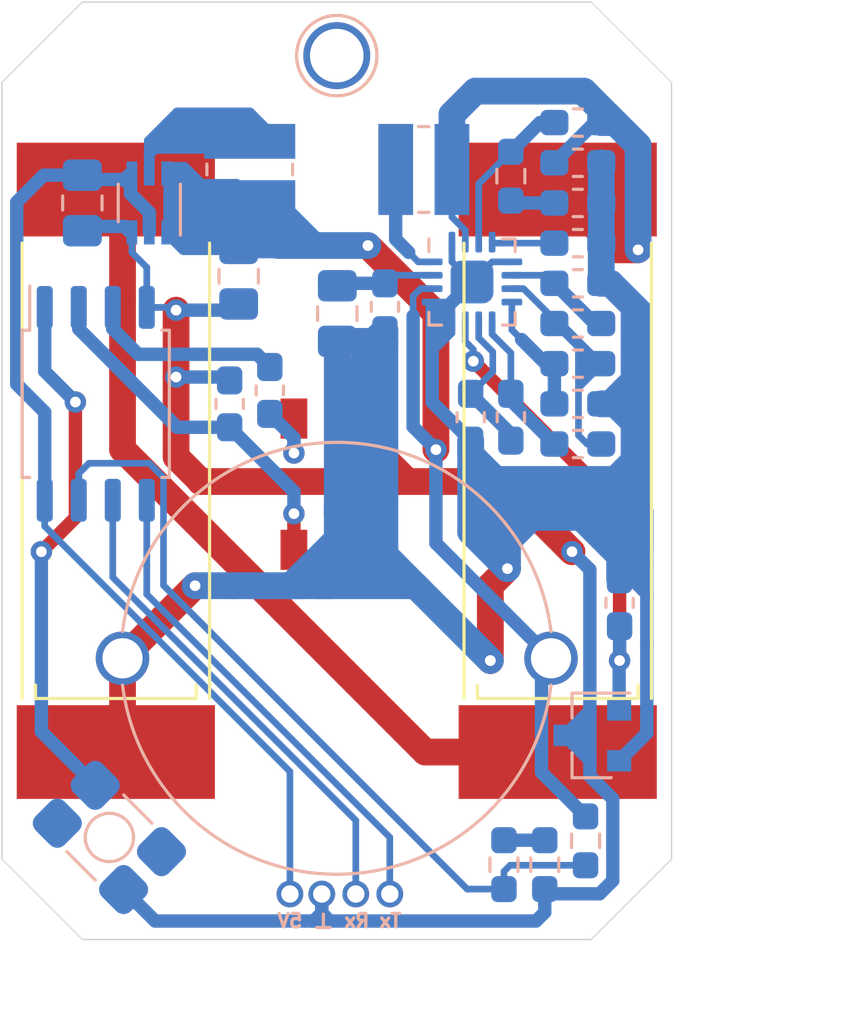
<source format=kicad_pcb>
(kicad_pcb (version 20171130) (host pcbnew "(5.1.9)-1")

  (general
    (thickness 1.6)
    (drawings 12)
    (tracks 487)
    (zones 0)
    (modules 34)
    (nets 27)
  )

  (page A4)
  (layers
    (0 F.Cu signal)
    (31 B.Cu signal)
    (32 B.Adhes user)
    (33 F.Adhes user)
    (34 B.Paste user)
    (35 F.Paste user)
    (36 B.SilkS user)
    (37 F.SilkS user)
    (38 B.Mask user)
    (39 F.Mask user)
    (40 Dwgs.User user)
    (41 Cmts.User user)
    (42 Eco1.User user)
    (43 Eco2.User user)
    (44 Edge.Cuts user)
    (45 Margin user)
    (46 B.CrtYd user)
    (47 F.CrtYd user)
    (48 B.Fab user)
    (49 F.Fab user)
  )

  (setup
    (last_trace_width 0.4)
    (user_trace_width 0.4)
    (user_trace_width 0.5)
    (user_trace_width 1)
    (trace_clearance 0.2)
    (zone_clearance 0)
    (zone_45_only no)
    (trace_min 0.2)
    (via_size 0.8)
    (via_drill 0.4)
    (via_min_size 0.2)
    (via_min_drill 0.3)
    (uvia_size 0.3)
    (uvia_drill 0.1)
    (uvias_allowed no)
    (uvia_min_size 0.2)
    (uvia_min_drill 0.1)
    (edge_width 0.05)
    (segment_width 0.2)
    (pcb_text_width 0.3)
    (pcb_text_size 1.5 1.5)
    (mod_edge_width 0.12)
    (mod_text_size 1 1)
    (mod_text_width 0.15)
    (pad_size 1.25 1.25)
    (pad_drill 0)
    (pad_to_mask_clearance 0.051)
    (solder_mask_min_width 0.25)
    (aux_axis_origin 0 0)
    (visible_elements 7FFFFFFF)
    (pcbplotparams
      (layerselection 0x010fc_ffffffff)
      (usegerberextensions false)
      (usegerberattributes false)
      (usegerberadvancedattributes false)
      (creategerberjobfile false)
      (excludeedgelayer true)
      (linewidth 0.100000)
      (plotframeref false)
      (viasonmask false)
      (mode 1)
      (useauxorigin false)
      (hpglpennumber 1)
      (hpglpenspeed 20)
      (hpglpendiameter 15.000000)
      (psnegative false)
      (psa4output false)
      (plotreference true)
      (plotvalue true)
      (plotinvisibletext false)
      (padsonsilk false)
      (subtractmaskfromsilk false)
      (outputformat 1)
      (mirror false)
      (drillshape 0)
      (scaleselection 1)
      (outputdirectory "gerber/"))
  )

  (net 0 "")
  (net 1 GND)
  (net 2 "Net-(C_ref1-Pad1)")
  (net 3 "Net-(L_boost1-Pad2)")
  (net 4 "Net-(L_bst1-Pad2)")
  (net 5 "Net-(R_oc1-Pad2)")
  (net 6 "Net-(R_ov1-Pad2)")
  (net 7 "Net-(Sol_1-Pad2)")
  (net 8 /Vsolar)
  (net 9 /Vcc_ATTiny)
  (net 10 /Vr_div)
  (net 11 /Vbat_ok)
  (net 12 /Vcc_LED)
  (net 13 /Din_LED)
  (net 14 /Rx)
  (net 15 /Tx)
  (net 16 /Data_LED)
  (net 17 /Reset)
  (net 18 /Vmeasure)
  (net 19 "Net-(R_oc1-Pad1)")
  (net 20 "Net-(R_ok1-Pad1)")
  (net 21 "Net-(R_ok2-Pad1)")
  (net 22 "Net-(R_uv1-Pad1)")
  (net 23 "Net-(R_oc4-Pad1)")
  (net 24 "Net-(C_Stor1-Pad1)")
  (net 25 /Drain)
  (net 26 /Vbat)

  (net_class Default "This is the default net class."
    (clearance 0.2)
    (trace_width 0.25)
    (via_dia 0.8)
    (via_drill 0.4)
    (uvia_dia 0.3)
    (uvia_drill 0.1)
    (add_net /Data_LED)
    (add_net /Din_LED)
    (add_net /Drain)
    (add_net /Reset)
    (add_net /Rx)
    (add_net /Tx)
    (add_net /Vbat)
    (add_net /Vbat_ok)
    (add_net /Vcc_ATTiny)
    (add_net /Vcc_LED)
    (add_net /Vmeasure)
    (add_net /Vr_div)
    (add_net /Vsolar)
    (add_net GND)
    (add_net "Net-(C_Stor1-Pad1)")
    (add_net "Net-(C_ref1-Pad1)")
    (add_net "Net-(L_boost1-Pad2)")
    (add_net "Net-(L_bst1-Pad2)")
    (add_net "Net-(R_oc1-Pad1)")
    (add_net "Net-(R_oc1-Pad2)")
    (add_net "Net-(R_oc4-Pad1)")
    (add_net "Net-(R_ok1-Pad1)")
    (add_net "Net-(R_ok2-Pad1)")
    (add_net "Net-(R_ov1-Pad2)")
    (add_net "Net-(R_uv1-Pad1)")
    (add_net "Net-(Sol_1-Pad2)")
  )

  (module own_footprints:KXOB25-05X3F (layer F.Cu) (tedit 61C20D36) (tstamp 60A18733)
    (at 16.75 30 270)
    (path /609C8E61)
    (fp_text reference Sol_2 (at 0 0.5 90) (layer F.SilkS) hide
      (effects (font (size 1 1) (thickness 0.15)))
    )
    (fp_text value KXOB25-05X3F (at 0 -0.5 90) (layer F.Fab)
      (effects (font (size 1 1) (thickness 0.15)))
    )
    (fp_line (start 8.5 -3) (end 8 -3) (layer F.SilkS) (width 0.12))
    (fp_line (start 8.5 3) (end 8 3) (layer F.SilkS) (width 0.12))
    (fp_line (start 8.5 -3) (end 8.5 3) (layer F.SilkS) (width 0.12))
    (fp_line (start -8.5 3.5) (end 8.5 3.5) (layer F.SilkS) (width 0.12))
    (fp_line (start -8.5 -3.5) (end 8.5 -3.5) (layer F.SilkS) (width 0.12))
    (pad 1 smd rect (at -10.5 0 270) (size 3.5 7.4) (layers F.Cu F.Paste F.Mask)
      (net 7 "Net-(Sol_1-Pad2)"))
    (pad 2 smd rect (at 10.5 0 270) (size 3.5 7.4) (layers F.Cu F.Paste F.Mask)
      (net 1 GND))
  )

  (module Resistor_SMD:R_0603_1608Metric_Pad1.05x0.95mm_HandSolder (layer B.Cu) (tedit 5B301BBD) (tstamp 61C224E9)
    (at 35.56 34.925 270)
    (descr "Resistor SMD 0603 (1608 Metric), square (rectangular) end terminal, IPC_7351 nominal with elongated pad for handsoldering. (Body size source: http://www.tortai-tech.com/upload/download/2011102023233369053.pdf), generated with kicad-footprint-generator")
    (tags "resistor handsolder")
    (path /61C260A2)
    (attr smd)
    (fp_text reference R_pulldown1 (at 0 1.43 270) (layer B.SilkS) hide
      (effects (font (size 1 1) (thickness 0.15)) (justify mirror))
    )
    (fp_text value 10M (at 0 -1.43 270) (layer B.Fab) hide
      (effects (font (size 1 1) (thickness 0.15)) (justify mirror))
    )
    (fp_line (start -0.8 -0.4) (end -0.8 0.4) (layer B.Fab) (width 0.1))
    (fp_line (start -0.8 0.4) (end 0.8 0.4) (layer B.Fab) (width 0.1))
    (fp_line (start 0.8 0.4) (end 0.8 -0.4) (layer B.Fab) (width 0.1))
    (fp_line (start 0.8 -0.4) (end -0.8 -0.4) (layer B.Fab) (width 0.1))
    (fp_line (start -0.171267 0.51) (end 0.171267 0.51) (layer B.SilkS) (width 0.12))
    (fp_line (start -0.171267 -0.51) (end 0.171267 -0.51) (layer B.SilkS) (width 0.12))
    (fp_line (start -1.65 -0.73) (end -1.65 0.73) (layer B.CrtYd) (width 0.05))
    (fp_line (start -1.65 0.73) (end 1.65 0.73) (layer B.CrtYd) (width 0.05))
    (fp_line (start 1.65 0.73) (end 1.65 -0.73) (layer B.CrtYd) (width 0.05))
    (fp_line (start 1.65 -0.73) (end -1.65 -0.73) (layer B.CrtYd) (width 0.05))
    (fp_text user %R (at 0 0 270) (layer B.Fab) hide
      (effects (font (size 0.4 0.4) (thickness 0.06)) (justify mirror))
    )
    (pad 2 smd roundrect (at 0.875 0 270) (size 1.05 0.95) (layers B.Cu B.Paste B.Mask) (roundrect_rratio 0.25)
      (net 11 /Vbat_ok))
    (pad 1 smd roundrect (at -0.875 0 270) (size 1.05 0.95) (layers B.Cu B.Paste B.Mask) (roundrect_rratio 0.25)
      (net 1 GND))
    (model ${KISYS3DMOD}/Resistor_SMD.3dshapes/R_0603_1608Metric.wrl
      (at (xyz 0 0 0))
      (scale (xyz 1 1 1))
      (rotate (xyz 0 0 0))
    )
  )

  (module Resistor_SMD:R_0603_1608Metric_Pad0.98x0.95mm_HandSolder (layer B.Cu) (tedit 5F68FEEE) (tstamp 61BDE9CF)
    (at 31.242 44.704 270)
    (descr "Resistor SMD 0603 (1608 Metric), square (rectangular) end terminal, IPC_7351 nominal with elongated pad for handsoldering. (Body size source: IPC-SM-782 page 72, https://www.pcb-3d.com/wordpress/wp-content/uploads/ipc-sm-782a_amendment_1_and_2.pdf), generated with kicad-footprint-generator")
    (tags "resistor handsolder")
    (path /61C266D9)
    (attr smd)
    (fp_text reference R_oc4 (at 0 1.43 90) (layer B.SilkS) hide
      (effects (font (size 1 1) (thickness 0.15)) (justify mirror))
    )
    (fp_text value 8.2M (at 0 -1.43 90) (layer B.Fab) hide
      (effects (font (size 1 1) (thickness 0.15)) (justify mirror))
    )
    (fp_line (start 1.65 -0.73) (end -1.65 -0.73) (layer B.CrtYd) (width 0.05))
    (fp_line (start 1.65 0.73) (end 1.65 -0.73) (layer B.CrtYd) (width 0.05))
    (fp_line (start -1.65 0.73) (end 1.65 0.73) (layer B.CrtYd) (width 0.05))
    (fp_line (start -1.65 -0.73) (end -1.65 0.73) (layer B.CrtYd) (width 0.05))
    (fp_line (start -0.254724 -0.5225) (end 0.254724 -0.5225) (layer B.SilkS) (width 0.12))
    (fp_line (start -0.254724 0.5225) (end 0.254724 0.5225) (layer B.SilkS) (width 0.12))
    (fp_line (start 0.8 -0.4125) (end -0.8 -0.4125) (layer B.Fab) (width 0.1))
    (fp_line (start 0.8 0.4125) (end 0.8 -0.4125) (layer B.Fab) (width 0.1))
    (fp_line (start -0.8 0.4125) (end 0.8 0.4125) (layer B.Fab) (width 0.1))
    (fp_line (start -0.8 -0.4125) (end -0.8 0.4125) (layer B.Fab) (width 0.1))
    (fp_text user %R (at 0 0 90) (layer B.Fab) hide
      (effects (font (size 0.4 0.4) (thickness 0.06)) (justify mirror))
    )
    (pad 2 smd roundrect (at 0.9125 0 270) (size 0.975 0.95) (layers B.Cu B.Paste B.Mask) (roundrect_rratio 0.25)
      (net 18 /Vmeasure))
    (pad 1 smd roundrect (at -0.9125 0 270) (size 0.975 0.95) (layers B.Cu B.Paste B.Mask) (roundrect_rratio 0.25)
      (net 23 "Net-(R_oc4-Pad1)"))
    (model ${KISYS3DMOD}/Resistor_SMD.3dshapes/R_0603_1608Metric.wrl
      (at (xyz 0 0 0))
      (scale (xyz 1 1 1))
      (rotate (xyz 0 0 0))
    )
  )

  (module Capacitor_SMD:C_0805_2012Metric_Pad1.18x1.45mm_HandSolder (layer B.Cu) (tedit 5F68FEEF) (tstamp 61C0C360)
    (at 25.019 24.13 270)
    (descr "Capacitor SMD 0805 (2012 Metric), square (rectangular) end terminal, IPC_7351 nominal with elongated pad for handsoldering. (Body size source: IPC-SM-782 page 76, https://www.pcb-3d.com/wordpress/wp-content/uploads/ipc-sm-782a_amendment_1_and_2.pdf, https://docs.google.com/spreadsheets/d/1BsfQQcO9C6DZCsRaXUlFlo91Tg2WpOkGARC1WS5S8t0/edit?usp=sharing), generated with kicad-footprint-generator")
    (tags "capacitor handsolder")
    (path /61C12816)
    (attr smd)
    (fp_text reference C_Stor1 (at 0 1.68 90) (layer B.SilkS) hide
      (effects (font (size 1 1) (thickness 0.15)) (justify mirror))
    )
    (fp_text value 10uF (at 0 -1.68 90) (layer B.Fab) hide
      (effects (font (size 1 1) (thickness 0.15)) (justify mirror))
    )
    (fp_line (start 1.88 -0.98) (end -1.88 -0.98) (layer B.CrtYd) (width 0.05))
    (fp_line (start 1.88 0.98) (end 1.88 -0.98) (layer B.CrtYd) (width 0.05))
    (fp_line (start -1.88 0.98) (end 1.88 0.98) (layer B.CrtYd) (width 0.05))
    (fp_line (start -1.88 -0.98) (end -1.88 0.98) (layer B.CrtYd) (width 0.05))
    (fp_line (start -0.261252 -0.735) (end 0.261252 -0.735) (layer B.SilkS) (width 0.12))
    (fp_line (start -0.261252 0.735) (end 0.261252 0.735) (layer B.SilkS) (width 0.12))
    (fp_line (start 1 -0.625) (end -1 -0.625) (layer B.Fab) (width 0.1))
    (fp_line (start 1 0.625) (end 1 -0.625) (layer B.Fab) (width 0.1))
    (fp_line (start -1 0.625) (end 1 0.625) (layer B.Fab) (width 0.1))
    (fp_line (start -1 -0.625) (end -1 0.625) (layer B.Fab) (width 0.1))
    (fp_text user %R (at 0 0 90) (layer B.Fab) hide
      (effects (font (size 0.5 0.5) (thickness 0.08)) (justify mirror))
    )
    (pad 2 smd roundrect (at 1.0375 0 270) (size 1.175 1.45) (layers B.Cu B.Paste B.Mask) (roundrect_rratio 0.212766)
      (net 1 GND))
    (pad 1 smd roundrect (at -1.0375 0 270) (size 1.175 1.45) (layers B.Cu B.Paste B.Mask) (roundrect_rratio 0.212766)
      (net 24 "Net-(C_Stor1-Pad1)"))
    (model ${KISYS3DMOD}/Capacitor_SMD.3dshapes/C_0805_2012Metric.wrl
      (at (xyz 0 0 0))
      (scale (xyz 1 1 1))
      (rotate (xyz 0 0 0))
    )
  )

  (module own_footprints:KXOB25-05X3F (layer F.Cu) (tedit 61BF3123) (tstamp 609F0033)
    (at 33.25 30 270)
    (path /609C9A98)
    (fp_text reference Sol_1 (at 0 0.5 270) (layer F.SilkS) hide
      (effects (font (size 1 1) (thickness 0.15)))
    )
    (fp_text value KXOB25-05X3F (at 0 0 270) (layer F.Fab)
      (effects (font (size 1 1) (thickness 0.15)))
    )
    (fp_line (start 8.5 -3) (end 8 -3) (layer F.SilkS) (width 0.12))
    (fp_line (start 8.5 3) (end 8 3) (layer F.SilkS) (width 0.12))
    (fp_line (start 8.5 -3) (end 8.5 3) (layer F.SilkS) (width 0.12))
    (fp_line (start -8.5 3.5) (end 8.5 3.5) (layer F.SilkS) (width 0.12))
    (fp_line (start -8.5 -3.5) (end 8.5 -3.5) (layer F.SilkS) (width 0.12))
    (pad 1 smd rect (at -10.5 0 270) (size 3.5 7.4) (layers F.Cu F.Paste F.Mask)
      (net 8 /Vsolar))
    (pad 2 smd rect (at 10.5 0 270) (size 3.5 7.4) (layers F.Cu F.Paste F.Mask)
      (net 7 "Net-(Sol_1-Pad2)"))
  )

  (module own_footprints:Supercap (layer B.Cu) (tedit 61BF3095) (tstamp 604F2DF0)
    (at 25 37 180)
    (path /6058E241)
    (fp_text reference C_super1 (at 0 -0.5 180) (layer B.SilkS) hide
      (effects (font (size 1 1) (thickness 0.15)) (justify mirror))
    )
    (fp_text value 640mF (at 0 0.5 180) (layer B.Fab) hide
      (effects (font (size 1 1) (thickness 0.15)) (justify mirror))
    )
    (fp_arc (start 0 0) (end -7.999999 -0.999999) (angle 165.7499673) (layer B.SilkS) (width 0.12))
    (fp_arc (start 0 0) (end 7.999999 0.999999) (angle 165.7499673) (layer B.SilkS) (width 0.12))
    (pad 2 thru_hole circle (at 8 0 180) (size 2 2) (drill 1.5) (layers *.Cu *.Mask)
      (net 1 GND))
    (pad 1 thru_hole circle (at -8 0 180) (size 2 2) (drill 1.5) (layers *.Cu *.Mask)
      (net 26 /Vbat))
  )

  (module footprints:VQFN-16-1EP_3x3mm_P0.5mm_EP1.8x1.8mm (layer B.Cu) (tedit 61BF26A6) (tstamp 604B9D4C)
    (at 30.05 22.95 270)
    (descr "VQFN, 16 Pin (https://www.st.com/resource/en/datasheet/stspin220.pdf), generated with kicad-footprint-generator ipc_noLead_generator.py")
    (tags "VQFN NoLead")
    (path /6049F0BD)
    (attr smd)
    (fp_text reference U1 (at 0 2.82 270) (layer B.SilkS) hide
      (effects (font (size 1 1) (thickness 0.15)) (justify mirror))
    )
    (fp_text value BQ25504 (at 0 -2.82 270) (layer B.Fab) hide
      (effects (font (size 1 1) (thickness 0.15)) (justify mirror))
    )
    (fp_line (start 1.135 1.61) (end 1.61 1.61) (layer B.SilkS) (width 0.12))
    (fp_line (start 1.61 1.61) (end 1.61 1.135) (layer B.SilkS) (width 0.12))
    (fp_line (start -1.135 -1.61) (end -1.61 -1.61) (layer B.SilkS) (width 0.12))
    (fp_line (start -1.61 -1.61) (end -1.61 -1.135) (layer B.SilkS) (width 0.12))
    (fp_line (start 1.135 -1.61) (end 1.61 -1.61) (layer B.SilkS) (width 0.12))
    (fp_line (start 1.61 -1.61) (end 1.61 -1.135) (layer B.SilkS) (width 0.12))
    (fp_line (start -1.135 1.61) (end -1.61 1.61) (layer B.SilkS) (width 0.12))
    (fp_line (start -0.75 1.5) (end 1.5 1.5) (layer B.Fab) (width 0.1))
    (fp_line (start 1.5 1.5) (end 1.5 -1.5) (layer B.Fab) (width 0.1))
    (fp_line (start 1.5 -1.5) (end -1.5 -1.5) (layer B.Fab) (width 0.1))
    (fp_line (start -1.5 -1.5) (end -1.5 0.75) (layer B.Fab) (width 0.1))
    (fp_line (start -1.5 0.75) (end -0.75 1.5) (layer B.Fab) (width 0.1))
    (fp_line (start -2.12 2.12) (end -2.12 -2.12) (layer B.CrtYd) (width 0.05))
    (fp_line (start -2.12 -2.12) (end 2.12 -2.12) (layer B.CrtYd) (width 0.05))
    (fp_line (start 2.12 -2.12) (end 2.12 2.12) (layer B.CrtYd) (width 0.05))
    (fp_line (start 2.12 2.12) (end -2.12 2.12) (layer B.CrtYd) (width 0.05))
    (fp_text user %R (at 0 0 270) (layer B.Fab) hide
      (effects (font (size 0.75 0.75) (thickness 0.11)) (justify mirror))
    )
    (pad "" smd roundrect (at 0.45 -0.45 270) (size 0.73 0.73) (layers B.Paste) (roundrect_rratio 0.25))
    (pad "" smd roundrect (at 0.45 0.45 270) (size 0.73 0.73) (layers B.Paste) (roundrect_rratio 0.25))
    (pad "" smd roundrect (at -0.45 -0.45 270) (size 0.73 0.73) (layers B.Paste) (roundrect_rratio 0.25))
    (pad "" smd roundrect (at -0.45 0.45 270) (size 0.73 0.73) (layers B.Paste) (roundrect_rratio 0.25))
    (pad 17 smd roundrect (at 0 0 270) (size 1.6 1.6) (layers B.Cu B.Mask) (roundrect_rratio 0.25)
      (net 1 GND))
    (pad 16 smd roundrect (at -0.75 1.4875 270) (size 0.25 0.775) (layers B.Cu B.Paste B.Mask) (roundrect_rratio 0.25)
      (net 4 "Net-(L_bst1-Pad2)"))
    (pad 15 smd roundrect (at -0.25 1.4875 270) (size 0.25 0.775) (layers B.Cu B.Paste B.Mask) (roundrect_rratio 0.25)
      (net 24 "Net-(C_Stor1-Pad1)"))
    (pad 14 smd roundrect (at 0.25 1.4875 270) (size 0.25 0.775) (layers B.Cu B.Paste B.Mask) (roundrect_rratio 0.25)
      (net 26 /Vbat))
    (pad 13 smd roundrect (at 0.75 1.4875 270) (size 0.25 0.775) (layers B.Cu B.Paste B.Mask) (roundrect_rratio 0.25)
      (net 1 GND))
    (pad 12 smd roundrect (at 1.4875 0.75 270) (size 0.775 0.25) (layers B.Cu B.Paste B.Mask) (roundrect_rratio 0.25)
      (net 1 GND))
    (pad 11 smd roundrect (at 1.4875 0.25 270) (size 0.775 0.25) (layers B.Cu B.Paste B.Mask) (roundrect_rratio 0.25)
      (net 11 /Vbat_ok))
    (pad 10 smd roundrect (at 1.4875 -0.25 270) (size 0.775 0.25) (layers B.Cu B.Paste B.Mask) (roundrect_rratio 0.25)
      (net 20 "Net-(R_ok1-Pad1)"))
    (pad 9 smd roundrect (at 1.4875 -0.75 270) (size 0.775 0.25) (layers B.Cu B.Paste B.Mask) (roundrect_rratio 0.25)
      (net 21 "Net-(R_ok2-Pad1)"))
    (pad 8 smd roundrect (at 0.75 -1.4875 270) (size 0.25 0.775) (layers B.Cu B.Paste B.Mask) (roundrect_rratio 0.25)
      (net 22 "Net-(R_uv1-Pad1)"))
    (pad 7 smd roundrect (at 0.25 -1.4875 270) (size 0.25 0.775) (layers B.Cu B.Paste B.Mask) (roundrect_rratio 0.25)
      (net 10 /Vr_div))
    (pad 6 smd roundrect (at -0.25 -1.4875 270) (size 0.25 0.775) (layers B.Cu B.Paste B.Mask) (roundrect_rratio 0.25)
      (net 6 "Net-(R_ov1-Pad2)"))
    (pad 5 smd roundrect (at -0.75 -1.4875 270) (size 0.25 0.775) (layers B.Cu B.Paste B.Mask) (roundrect_rratio 0.25)
      (net 1 GND))
    (pad 4 smd roundrect (at -1.4875 -0.75 270) (size 0.775 0.25) (layers B.Cu B.Paste B.Mask) (roundrect_rratio 0.25)
      (net 2 "Net-(C_ref1-Pad1)"))
    (pad 3 smd roundrect (at -1.4875 -0.25 270) (size 0.775 0.25) (layers B.Cu B.Paste B.Mask) (roundrect_rratio 0.25)
      (net 5 "Net-(R_oc1-Pad2)"))
    (pad 2 smd roundrect (at -1.4875 0.25 270) (size 0.775 0.25) (layers B.Cu B.Paste B.Mask) (roundrect_rratio 0.25)
      (net 8 /Vsolar))
    (pad 1 smd roundrect (at -1.4875 0.75 270) (size 0.775 0.25) (layers B.Cu B.Paste B.Mask) (roundrect_rratio 0.25)
      (net 1 GND))
    (model ${KISYS3DMOD}/Package_DFN_QFN.3dshapes/VQFN-16-1EP_3x3mm_P0.5mm_EP1.8x1.8mm.wrl
      (at (xyz 0 0 0))
      (scale (xyz 1 1 1))
      (rotate (xyz 0 0 0))
    )
  )

  (module Resistor_SMD:R_0603_1608Metric_Pad0.98x0.95mm_HandSolder (layer B.Cu) (tedit 5F68FEEE) (tstamp 61BDE9E0)
    (at 32.766 44.704 90)
    (descr "Resistor SMD 0603 (1608 Metric), square (rectangular) end terminal, IPC_7351 nominal with elongated pad for handsoldering. (Body size source: IPC-SM-782 page 72, https://www.pcb-3d.com/wordpress/wp-content/uploads/ipc-sm-782a_amendment_1_and_2.pdf), generated with kicad-footprint-generator")
    (tags "resistor handsolder")
    (path /61C24BDB)
    (attr smd)
    (fp_text reference R_oc5 (at 0 1.43 90) (layer B.SilkS) hide
      (effects (font (size 1 1) (thickness 0.15)) (justify mirror))
    )
    (fp_text value 10M (at 0 -1.43 90) (layer B.Fab) hide
      (effects (font (size 1 1) (thickness 0.15)) (justify mirror))
    )
    (fp_line (start 1.65 -0.73) (end -1.65 -0.73) (layer B.CrtYd) (width 0.05))
    (fp_line (start 1.65 0.73) (end 1.65 -0.73) (layer B.CrtYd) (width 0.05))
    (fp_line (start -1.65 0.73) (end 1.65 0.73) (layer B.CrtYd) (width 0.05))
    (fp_line (start -1.65 -0.73) (end -1.65 0.73) (layer B.CrtYd) (width 0.05))
    (fp_line (start -0.254724 -0.5225) (end 0.254724 -0.5225) (layer B.SilkS) (width 0.12))
    (fp_line (start -0.254724 0.5225) (end 0.254724 0.5225) (layer B.SilkS) (width 0.12))
    (fp_line (start 0.8 -0.4125) (end -0.8 -0.4125) (layer B.Fab) (width 0.1))
    (fp_line (start 0.8 0.4125) (end 0.8 -0.4125) (layer B.Fab) (width 0.1))
    (fp_line (start -0.8 0.4125) (end 0.8 0.4125) (layer B.Fab) (width 0.1))
    (fp_line (start -0.8 -0.4125) (end -0.8 0.4125) (layer B.Fab) (width 0.1))
    (fp_text user %R (at 0 0 90) (layer B.Fab) hide
      (effects (font (size 0.4 0.4) (thickness 0.06)) (justify mirror))
    )
    (pad 2 smd roundrect (at 0.9125 0 90) (size 0.975 0.95) (layers B.Cu B.Paste B.Mask) (roundrect_rratio 0.25)
      (net 23 "Net-(R_oc4-Pad1)"))
    (pad 1 smd roundrect (at -0.9125 0 90) (size 0.975 0.95) (layers B.Cu B.Paste B.Mask) (roundrect_rratio 0.25)
      (net 25 /Drain))
    (model ${KISYS3DMOD}/Resistor_SMD.3dshapes/R_0603_1608Metric.wrl
      (at (xyz 0 0 0))
      (scale (xyz 1 1 1))
      (rotate (xyz 0 0 0))
    )
  )

  (module Resistor_SMD:R_0603_1608Metric_Pad0.98x0.95mm_HandSolder (layer B.Cu) (tedit 5F68FEEE) (tstamp 61BDE9BE)
    (at 34.29 43.815 270)
    (descr "Resistor SMD 0603 (1608 Metric), square (rectangular) end terminal, IPC_7351 nominal with elongated pad for handsoldering. (Body size source: IPC-SM-782 page 72, https://www.pcb-3d.com/wordpress/wp-content/uploads/ipc-sm-782a_amendment_1_and_2.pdf), generated with kicad-footprint-generator")
    (tags "resistor handsolder")
    (path /61C235D3)
    (attr smd)
    (fp_text reference R_oc3 (at 0 1.43 90) (layer B.SilkS) hide
      (effects (font (size 1 1) (thickness 0.15)) (justify mirror))
    )
    (fp_text value 1.8M (at 0 -1.43 90) (layer B.Fab) hide
      (effects (font (size 1 1) (thickness 0.15)) (justify mirror))
    )
    (fp_line (start 1.65 -0.73) (end -1.65 -0.73) (layer B.CrtYd) (width 0.05))
    (fp_line (start 1.65 0.73) (end 1.65 -0.73) (layer B.CrtYd) (width 0.05))
    (fp_line (start -1.65 0.73) (end 1.65 0.73) (layer B.CrtYd) (width 0.05))
    (fp_line (start -1.65 -0.73) (end -1.65 0.73) (layer B.CrtYd) (width 0.05))
    (fp_line (start -0.254724 -0.5225) (end 0.254724 -0.5225) (layer B.SilkS) (width 0.12))
    (fp_line (start -0.254724 0.5225) (end 0.254724 0.5225) (layer B.SilkS) (width 0.12))
    (fp_line (start 0.8 -0.4125) (end -0.8 -0.4125) (layer B.Fab) (width 0.1))
    (fp_line (start 0.8 0.4125) (end 0.8 -0.4125) (layer B.Fab) (width 0.1))
    (fp_line (start -0.8 0.4125) (end 0.8 0.4125) (layer B.Fab) (width 0.1))
    (fp_line (start -0.8 -0.4125) (end -0.8 0.4125) (layer B.Fab) (width 0.1))
    (fp_text user %R (at 0 0 90) (layer B.Fab) hide
      (effects (font (size 0.4 0.4) (thickness 0.06)) (justify mirror))
    )
    (pad 2 smd roundrect (at 0.9125 0 270) (size 0.975 0.95) (layers B.Cu B.Paste B.Mask) (roundrect_rratio 0.25)
      (net 18 /Vmeasure))
    (pad 1 smd roundrect (at -0.9125 0 270) (size 0.975 0.95) (layers B.Cu B.Paste B.Mask) (roundrect_rratio 0.25)
      (net 26 /Vbat))
    (model ${KISYS3DMOD}/Resistor_SMD.3dshapes/R_0603_1608Metric.wrl
      (at (xyz 0 0 0))
      (scale (xyz 1 1 1))
      (rotate (xyz 0 0 0))
    )
  )

  (module Package_TO_SOT_SMD:SOT-23 (layer B.Cu) (tedit 5A02FF57) (tstamp 61BDE94D)
    (at 34.544 39.878 180)
    (descr "SOT-23, Standard")
    (tags SOT-23)
    (path /61BDECD2)
    (attr smd)
    (fp_text reference Q1 (at 0 2.5 180) (layer B.SilkS) hide
      (effects (font (size 1 1) (thickness 0.15)) (justify mirror))
    )
    (fp_text value IRLML0030 (at 0 -2.5 180) (layer B.Fab) hide
      (effects (font (size 1 1) (thickness 0.15)) (justify mirror))
    )
    (fp_line (start 0.76 -1.58) (end -0.7 -1.58) (layer B.SilkS) (width 0.12))
    (fp_line (start 0.76 1.58) (end -1.4 1.58) (layer B.SilkS) (width 0.12))
    (fp_line (start -1.7 -1.75) (end -1.7 1.75) (layer B.CrtYd) (width 0.05))
    (fp_line (start 1.7 -1.75) (end -1.7 -1.75) (layer B.CrtYd) (width 0.05))
    (fp_line (start 1.7 1.75) (end 1.7 -1.75) (layer B.CrtYd) (width 0.05))
    (fp_line (start -1.7 1.75) (end 1.7 1.75) (layer B.CrtYd) (width 0.05))
    (fp_line (start 0.76 1.58) (end 0.76 0.65) (layer B.SilkS) (width 0.12))
    (fp_line (start 0.76 -1.58) (end 0.76 -0.65) (layer B.SilkS) (width 0.12))
    (fp_line (start -0.7 -1.52) (end 0.7 -1.52) (layer B.Fab) (width 0.1))
    (fp_line (start 0.7 1.52) (end 0.7 -1.52) (layer B.Fab) (width 0.1))
    (fp_line (start -0.7 0.95) (end -0.15 1.52) (layer B.Fab) (width 0.1))
    (fp_line (start -0.15 1.52) (end 0.7 1.52) (layer B.Fab) (width 0.1))
    (fp_line (start -0.7 0.95) (end -0.7 -1.5) (layer B.Fab) (width 0.1))
    (fp_text user %R (at 0 0 90) (layer B.Fab)
      (effects (font (size 0.5 0.5) (thickness 0.075)) (justify mirror))
    )
    (pad 3 smd rect (at 1 0 180) (size 0.9 0.8) (layers B.Cu B.Paste B.Mask)
      (net 25 /Drain))
    (pad 2 smd rect (at -1 -0.95 180) (size 0.9 0.8) (layers B.Cu B.Paste B.Mask)
      (net 1 GND))
    (pad 1 smd rect (at -1 0.95 180) (size 0.9 0.8) (layers B.Cu B.Paste B.Mask)
      (net 11 /Vbat_ok))
    (model ${KISYS3DMOD}/Package_TO_SOT_SMD.3dshapes/SOT-23.wrl
      (at (xyz 0 0 0))
      (scale (xyz 1 1 1))
      (rotate (xyz 0 0 0))
    )
  )

  (module Connector_PinHeader_1.27mm:PinHeader_1x04_P1.27mm_Horizontal (layer B.Cu) (tedit 612A02D9) (tstamp 609EFF5E)
    (at 27 45.8 90)
    (descr "Through hole angled pin header, 1x04, 1.27mm pitch, 4.0mm pin length, single row")
    (tags "Through hole angled pin header THT 1x04 1.27mm single row")
    (path /60A1387B)
    (fp_text reference J1 (at 2.4325 1.635 270) (layer B.SilkS) hide
      (effects (font (size 1 1) (thickness 0.15)) (justify mirror))
    )
    (fp_text value Conn_01x04_Female (at 2.4325 -4.195 270) (layer B.Fab) hide
      (effects (font (size 1 1) (thickness 0.15)) (justify mirror))
    )
    (fp_line (start -1.25 -2.5) (end -0.75 -2.5) (layer B.SilkS) (width 0.12))
    (fp_line (start -1.25 -2.25) (end -1.25 -2.75) (layer B.SilkS) (width 0.12))
    (fp_line (start -0.2 -2.36) (end -0.2 -2.76) (layer B.Fab) (width 0.1))
    (fp_line (start -0.2 -1.09) (end -0.2 -1.49) (layer B.Fab) (width 0.1))
    (fp_line (start -0.2 0.18) (end -0.2 -0.22) (layer B.Fab) (width 0.1))
    (fp_line (start -0.2 0.2) (end -0.2 -0.2) (layer B.Fab) (width 0.1))
    (fp_text user 5V (at -1 -3.75 unlocked) (layer B.SilkS)
      (effects (font (size 0.5 0.5) (thickness 0.125)) (justify mirror))
    )
    (fp_text user Tx (at -1 0 unlocked) (layer B.SilkS)
      (effects (font (size 0.5 0.5) (thickness 0.125)) (justify mirror))
    )
    (fp_text user Rx (at -1 -1.25 unlocked) (layer B.SilkS)
      (effects (font (size 0.5 0.5) (thickness 0.125)) (justify mirror))
    )
    (fp_text user %R (at -1 -0.655 180) (layer B.Fab) hide
      (effects (font (size 0.6 0.6) (thickness 0.09)) (justify mirror))
    )
    (pad 1 thru_hole circle (at 0 -3.75 90) (size 1 1) (drill 0.65) (layers *.Cu *.Mask)
      (net 9 /Vcc_ATTiny))
    (pad 3 thru_hole oval (at 0 -0.02 90) (size 1 1) (drill 0.65) (layers *.Cu *.Mask)
      (net 15 /Tx))
    (pad 2 thru_hole oval (at 0 -1.29 90) (size 1 1) (drill 0.65) (layers *.Cu *.Mask)
      (net 14 /Rx))
    (pad 4 thru_hole oval (at 0 -2.56 90) (size 1 1) (drill 0.65) (layers *.Cu *.Mask)
      (net 25 /Drain))
    (model ${KISYS3DMOD}/Connector_PinHeader_1.27mm.3dshapes/PinHeader_1x04_P1.27mm_Horizontal.wrl
      (at (xyz 0 0 0))
      (scale (xyz 1 1 1))
      (rotate (xyz 0 0 0))
    )
  )

  (module Package_SO:SOIC-8_5.275x5.275mm_P1.27mm (layer B.Cu) (tedit 5D9F72B1) (tstamp 604BB6CF)
    (at 16 27.5 270)
    (descr "SOIC, 8 Pin (http://ww1.microchip.com/downloads/en/DeviceDoc/20005045C.pdf#page=23), generated with kicad-footprint-generator ipc_gullwing_generator.py")
    (tags "SOIC SO")
    (path /604F4615)
    (attr smd)
    (fp_text reference U3 (at 0 3.59 90) (layer B.SilkS) hide
      (effects (font (size 1 1) (thickness 0.15)) (justify mirror))
    )
    (fp_text value ATtiny85 (at 0 -3.59 90) (layer B.Fab) hide
      (effects (font (size 1 1) (thickness 0.15)) (justify mirror))
    )
    (fp_line (start 0 -2.7475) (end 2.7475 -2.7475) (layer B.SilkS) (width 0.12))
    (fp_line (start 2.7475 -2.7475) (end 2.7475 -2.465) (layer B.SilkS) (width 0.12))
    (fp_line (start 0 -2.7475) (end -2.7475 -2.7475) (layer B.SilkS) (width 0.12))
    (fp_line (start -2.7475 -2.7475) (end -2.7475 -2.465) (layer B.SilkS) (width 0.12))
    (fp_line (start 0 2.7475) (end 2.7475 2.7475) (layer B.SilkS) (width 0.12))
    (fp_line (start 2.7475 2.7475) (end 2.7475 2.465) (layer B.SilkS) (width 0.12))
    (fp_line (start 0 2.7475) (end -2.7475 2.7475) (layer B.SilkS) (width 0.12))
    (fp_line (start -2.7475 2.7475) (end -2.7475 2.465) (layer B.SilkS) (width 0.12))
    (fp_line (start -2.7475 2.465) (end -4.4 2.465) (layer B.SilkS) (width 0.12))
    (fp_line (start -1.6375 2.6375) (end 2.6375 2.6375) (layer B.Fab) (width 0.1))
    (fp_line (start 2.6375 2.6375) (end 2.6375 -2.6375) (layer B.Fab) (width 0.1))
    (fp_line (start 2.6375 -2.6375) (end -2.6375 -2.6375) (layer B.Fab) (width 0.1))
    (fp_line (start -2.6375 -2.6375) (end -2.6375 1.6375) (layer B.Fab) (width 0.1))
    (fp_line (start -2.6375 1.6375) (end -1.6375 2.6375) (layer B.Fab) (width 0.1))
    (fp_line (start -4.65 2.89) (end -4.65 -2.89) (layer B.CrtYd) (width 0.05))
    (fp_line (start -4.65 -2.89) (end 4.65 -2.89) (layer B.CrtYd) (width 0.05))
    (fp_line (start 4.65 -2.89) (end 4.65 2.89) (layer B.CrtYd) (width 0.05))
    (fp_line (start 4.65 2.89) (end -4.65 2.89) (layer B.CrtYd) (width 0.05))
    (fp_text user %R (at 0 0 90) (layer B.Fab) hide
      (effects (font (size 1 1) (thickness 0.15)) (justify mirror))
    )
    (pad 8 smd roundrect (at 3.6 1.905 270) (size 1.6 0.6) (layers B.Cu B.Paste B.Mask) (roundrect_rratio 0.25)
      (net 9 /Vcc_ATTiny))
    (pad 7 smd roundrect (at 3.6 0.635 270) (size 1.6 0.6) (layers B.Cu B.Paste B.Mask) (roundrect_rratio 0.25)
      (net 18 /Vmeasure))
    (pad 6 smd roundrect (at 3.6 -0.635 270) (size 1.6 0.6) (layers B.Cu B.Paste B.Mask) (roundrect_rratio 0.25)
      (net 14 /Rx))
    (pad 5 smd roundrect (at 3.6 -1.905 270) (size 1.6 0.6) (layers B.Cu B.Paste B.Mask) (roundrect_rratio 0.25)
      (net 15 /Tx))
    (pad 4 smd roundrect (at -3.6 -1.905 270) (size 1.6 0.6) (layers B.Cu B.Paste B.Mask) (roundrect_rratio 0.25)
      (net 25 /Drain))
    (pad 3 smd roundrect (at -3.6 -0.635 270) (size 1.6 0.6) (layers B.Cu B.Paste B.Mask) (roundrect_rratio 0.25)
      (net 16 /Data_LED))
    (pad 2 smd roundrect (at -3.6 0.635 270) (size 1.6 0.6) (layers B.Cu B.Paste B.Mask) (roundrect_rratio 0.25)
      (net 12 /Vcc_LED))
    (pad 1 smd roundrect (at -3.6 1.905 270) (size 1.6 0.6) (layers B.Cu B.Paste B.Mask) (roundrect_rratio 0.25)
      (net 17 /Reset))
    (model ${KISYS3DMOD}/Package_SO.3dshapes/SOIC-8_5.275x5.275mm_P1.27mm.wrl
      (at (xyz 0 0 0))
      (scale (xyz 1 1 1))
      (rotate (xyz 0 0 0))
    )
  )

  (module Capacitor_SMD:C_0805_2012Metric_Pad1.18x1.45mm_HandSolder (layer B.Cu) (tedit 5F68FEEF) (tstamp 609EFEEC)
    (at 21.336 22.733 270)
    (descr "Capacitor SMD 0805 (2012 Metric), square (rectangular) end terminal, IPC_7351 nominal with elongated pad for handsoldering. (Body size source: IPC-SM-782 page 76, https://www.pcb-3d.com/wordpress/wp-content/uploads/ipc-sm-782a_amendment_1_and_2.pdf, https://docs.google.com/spreadsheets/d/1BsfQQcO9C6DZCsRaXUlFlo91Tg2WpOkGARC1WS5S8t0/edit?usp=sharing), generated with kicad-footprint-generator")
    (tags "capacitor handsolder")
    (path /609F0244)
    (attr smd)
    (fp_text reference C_pre_boost1 (at 0 1.68 90) (layer B.SilkS) hide
      (effects (font (size 1 1) (thickness 0.15)) (justify mirror))
    )
    (fp_text value 10uF (at 0 -1.68 90) (layer B.Fab) hide
      (effects (font (size 1 1) (thickness 0.15)) (justify mirror))
    )
    (fp_line (start 1.88 -0.98) (end -1.88 -0.98) (layer B.CrtYd) (width 0.05))
    (fp_line (start 1.88 0.98) (end 1.88 -0.98) (layer B.CrtYd) (width 0.05))
    (fp_line (start -1.88 0.98) (end 1.88 0.98) (layer B.CrtYd) (width 0.05))
    (fp_line (start -1.88 -0.98) (end -1.88 0.98) (layer B.CrtYd) (width 0.05))
    (fp_line (start -0.261252 -0.735) (end 0.261252 -0.735) (layer B.SilkS) (width 0.12))
    (fp_line (start -0.261252 0.735) (end 0.261252 0.735) (layer B.SilkS) (width 0.12))
    (fp_line (start 1 -0.625) (end -1 -0.625) (layer B.Fab) (width 0.1))
    (fp_line (start 1 0.625) (end 1 -0.625) (layer B.Fab) (width 0.1))
    (fp_line (start -1 0.625) (end 1 0.625) (layer B.Fab) (width 0.1))
    (fp_line (start -1 -0.625) (end -1 0.625) (layer B.Fab) (width 0.1))
    (fp_text user %R (at 0 0 90) (layer B.Fab) hide
      (effects (font (size 0.5 0.5) (thickness 0.08)) (justify mirror))
    )
    (pad 2 smd roundrect (at 1.0375 0 270) (size 1.175 1.45) (layers B.Cu B.Paste B.Mask) (roundrect_rratio 0.2127659574468085)
      (net 25 /Drain))
    (pad 1 smd roundrect (at -1.0375 0 270) (size 1.175 1.45) (layers B.Cu B.Paste B.Mask) (roundrect_rratio 0.2127659574468085)
      (net 26 /Vbat))
    (model ${KISYS3DMOD}/Capacitor_SMD.3dshapes/C_0805_2012Metric.wrl
      (at (xyz 0 0 0))
      (scale (xyz 1 1 1))
      (rotate (xyz 0 0 0))
    )
  )

  (module Capacitor_SMD:C_0805_2012Metric_Pad1.18x1.45mm_HandSolder (layer B.Cu) (tedit 5F68FEEF) (tstamp 609EFEDB)
    (at 15.5 20 270)
    (descr "Capacitor SMD 0805 (2012 Metric), square (rectangular) end terminal, IPC_7351 nominal with elongated pad for handsoldering. (Body size source: IPC-SM-782 page 76, https://www.pcb-3d.com/wordpress/wp-content/uploads/ipc-sm-782a_amendment_1_and_2.pdf, https://docs.google.com/spreadsheets/d/1BsfQQcO9C6DZCsRaXUlFlo91Tg2WpOkGARC1WS5S8t0/edit?usp=sharing), generated with kicad-footprint-generator")
    (tags "capacitor handsolder")
    (path /60A258CF)
    (attr smd)
    (fp_text reference C_post_boost1 (at 0 1.68 90) (layer B.SilkS) hide
      (effects (font (size 1 1) (thickness 0.15)) (justify mirror))
    )
    (fp_text value 10uF (at 0 -1.68 90) (layer B.Fab) hide
      (effects (font (size 1 1) (thickness 0.15)) (justify mirror))
    )
    (fp_line (start 1.88 -0.98) (end -1.88 -0.98) (layer B.CrtYd) (width 0.05))
    (fp_line (start 1.88 0.98) (end 1.88 -0.98) (layer B.CrtYd) (width 0.05))
    (fp_line (start -1.88 0.98) (end 1.88 0.98) (layer B.CrtYd) (width 0.05))
    (fp_line (start -1.88 -0.98) (end -1.88 0.98) (layer B.CrtYd) (width 0.05))
    (fp_line (start -0.261252 -0.735) (end 0.261252 -0.735) (layer B.SilkS) (width 0.12))
    (fp_line (start -0.261252 0.735) (end 0.261252 0.735) (layer B.SilkS) (width 0.12))
    (fp_line (start 1 -0.625) (end -1 -0.625) (layer B.Fab) (width 0.1))
    (fp_line (start 1 0.625) (end 1 -0.625) (layer B.Fab) (width 0.1))
    (fp_line (start -1 0.625) (end 1 0.625) (layer B.Fab) (width 0.1))
    (fp_line (start -1 -0.625) (end -1 0.625) (layer B.Fab) (width 0.1))
    (fp_text user %R (at 0 0 90) (layer B.Fab) hide
      (effects (font (size 0.5 0.5) (thickness 0.08)) (justify mirror))
    )
    (pad 2 smd roundrect (at 1.0375 0 270) (size 1.175 1.45) (layers B.Cu B.Paste B.Mask) (roundrect_rratio 0.2127659574468085)
      (net 25 /Drain))
    (pad 1 smd roundrect (at -1.0375 0 270) (size 1.175 1.45) (layers B.Cu B.Paste B.Mask) (roundrect_rratio 0.2127659574468085)
      (net 9 /Vcc_ATTiny))
    (model ${KISYS3DMOD}/Capacitor_SMD.3dshapes/C_0805_2012Metric.wrl
      (at (xyz 0 0 0))
      (scale (xyz 1 1 1))
      (rotate (xyz 0 0 0))
    )
  )

  (module Resistor_SMD:R_0603_1608Metric_Pad1.05x0.95mm_HandSolder (layer B.Cu) (tedit 5B301BBD) (tstamp 609EFFB3)
    (at 34 17 180)
    (descr "Resistor SMD 0603 (1608 Metric), square (rectangular) end terminal, IPC_7351 nominal with elongated pad for handsoldering. (Body size source: http://www.tortai-tech.com/upload/download/2011102023233369053.pdf), generated with kicad-footprint-generator")
    (tags "resistor handsolder")
    (path /609D577E)
    (attr smd)
    (fp_text reference R_oc2 (at 0 1.43) (layer B.SilkS) hide
      (effects (font (size 1 1) (thickness 0.15)) (justify mirror))
    )
    (fp_text value 4.3M (at 0 -1.43) (layer B.Fab) hide
      (effects (font (size 1 1) (thickness 0.15)) (justify mirror))
    )
    (fp_line (start -0.8 -0.4) (end -0.8 0.4) (layer B.Fab) (width 0.1))
    (fp_line (start -0.8 0.4) (end 0.8 0.4) (layer B.Fab) (width 0.1))
    (fp_line (start 0.8 0.4) (end 0.8 -0.4) (layer B.Fab) (width 0.1))
    (fp_line (start 0.8 -0.4) (end -0.8 -0.4) (layer B.Fab) (width 0.1))
    (fp_line (start -0.171267 0.51) (end 0.171267 0.51) (layer B.SilkS) (width 0.12))
    (fp_line (start -0.171267 -0.51) (end 0.171267 -0.51) (layer B.SilkS) (width 0.12))
    (fp_line (start -1.65 -0.73) (end -1.65 0.73) (layer B.CrtYd) (width 0.05))
    (fp_line (start -1.65 0.73) (end 1.65 0.73) (layer B.CrtYd) (width 0.05))
    (fp_line (start 1.65 0.73) (end 1.65 -0.73) (layer B.CrtYd) (width 0.05))
    (fp_line (start 1.65 -0.73) (end -1.65 -0.73) (layer B.CrtYd) (width 0.05))
    (fp_text user %R (at 0 0) (layer B.Fab) hide
      (effects (font (size 0.4 0.4) (thickness 0.06)) (justify mirror))
    )
    (pad 2 smd roundrect (at 0.875 0 180) (size 1.05 0.95) (layers B.Cu B.Paste B.Mask) (roundrect_rratio 0.25)
      (net 5 "Net-(R_oc1-Pad2)"))
    (pad 1 smd roundrect (at -0.875 0 180) (size 1.05 0.95) (layers B.Cu B.Paste B.Mask) (roundrect_rratio 0.25)
      (net 8 /Vsolar))
    (model ${KISYS3DMOD}/Resistor_SMD.3dshapes/R_0603_1608Metric.wrl
      (at (xyz 0 0 0))
      (scale (xyz 1 1 1))
      (rotate (xyz 0 0 0))
    )
  )

  (module Resistor_SMD:R_0603_1608Metric_Pad0.98x0.95mm_HandSolder (layer B.Cu) (tedit 5F68FEEE) (tstamp 60AD943D)
    (at 31.5 19 90)
    (descr "Resistor SMD 0603 (1608 Metric), square (rectangular) end terminal, IPC_7351 nominal with elongated pad for handsoldering. (Body size source: IPC-SM-782 page 72, https://www.pcb-3d.com/wordpress/wp-content/uploads/ipc-sm-782a_amendment_1_and_2.pdf), generated with kicad-footprint-generator")
    (tags "resistor handsolder")
    (path /60AEA81A)
    (attr smd)
    (fp_text reference R_oc1 (at 0 1.43 270) (layer B.SilkS) hide
      (effects (font (size 1 1) (thickness 0.15)) (justify mirror))
    )
    (fp_text value 5.6M (at 0 -1.43 270) (layer B.Fab) hide
      (effects (font (size 1 1) (thickness 0.15)) (justify mirror))
    )
    (fp_line (start -0.8 -0.4125) (end -0.8 0.4125) (layer B.Fab) (width 0.1))
    (fp_line (start -0.8 0.4125) (end 0.8 0.4125) (layer B.Fab) (width 0.1))
    (fp_line (start 0.8 0.4125) (end 0.8 -0.4125) (layer B.Fab) (width 0.1))
    (fp_line (start 0.8 -0.4125) (end -0.8 -0.4125) (layer B.Fab) (width 0.1))
    (fp_line (start -0.254724 0.5225) (end 0.254724 0.5225) (layer B.SilkS) (width 0.12))
    (fp_line (start -0.254724 -0.5225) (end 0.254724 -0.5225) (layer B.SilkS) (width 0.12))
    (fp_line (start -1.65 -0.73) (end -1.65 0.73) (layer B.CrtYd) (width 0.05))
    (fp_line (start -1.65 0.73) (end 1.65 0.73) (layer B.CrtYd) (width 0.05))
    (fp_line (start 1.65 0.73) (end 1.65 -0.73) (layer B.CrtYd) (width 0.05))
    (fp_line (start 1.65 -0.73) (end -1.65 -0.73) (layer B.CrtYd) (width 0.05))
    (fp_text user %R (at 0 0 270) (layer B.Fab) hide
      (effects (font (size 0.4 0.4) (thickness 0.06)) (justify mirror))
    )
    (pad 2 smd roundrect (at 0.9125 0 90) (size 0.975 0.95) (layers B.Cu B.Paste B.Mask) (roundrect_rratio 0.25)
      (net 5 "Net-(R_oc1-Pad2)"))
    (pad 1 smd roundrect (at -0.9125 0 90) (size 0.975 0.95) (layers B.Cu B.Paste B.Mask) (roundrect_rratio 0.25)
      (net 19 "Net-(R_oc1-Pad1)"))
    (model ${KISYS3DMOD}/Resistor_SMD.3dshapes/R_0603_1608Metric.wrl
      (at (xyz 0 0 0))
      (scale (xyz 1 1 1))
      (rotate (xyz 0 0 0))
    )
  )

  (module own_footprints:TS-1233 (layer B.Cu) (tedit 60AB5839) (tstamp 60AC15B1)
    (at 16.51 43.688 135)
    (path /60ACC29B)
    (fp_text reference U4 (at 0 -2.5 315) (layer B.SilkS) hide
      (effects (font (size 1 1) (thickness 0.15)) (justify mirror))
    )
    (fp_text value TS-1233 (at 0 2.5 315) (layer B.Fab) hide
      (effects (font (size 1 1) (thickness 0.15)) (justify mirror))
    )
    (fp_line (start -0.75 -1.5) (end 0.75 -1.5) (layer B.SilkS) (width 0.12))
    (fp_line (start -0.75 1.5) (end 0.75 1.5) (layer B.SilkS) (width 0.12))
    (fp_circle (center 0 0) (end 0.75 0.5) (layer B.SilkS) (width 0.12))
    (pad 3 smd roundrect (at -1.75 -1 135) (size 1.524 1.524) (layers B.Cu B.Paste B.Mask) (roundrect_rratio 0.25)
      (net 25 /Drain))
    (pad 1 smd roundrect (at -1.75 1 135) (size 1.524 1.524) (layers B.Cu B.Paste B.Mask) (roundrect_rratio 0.25))
    (pad 2 smd roundrect (at 1.75 1 135) (size 1.524 1.524) (layers B.Cu B.Paste B.Mask) (roundrect_rratio 0.25)
      (net 17 /Reset))
    (pad 4 smd roundrect (at 1.75 -1 135) (size 1.524 1.524) (layers B.Cu B.Paste B.Mask) (roundrect_rratio 0.25))
  )

  (module Inductor_SMD:L_Wuerth_MAPI-3015 (layer B.Cu) (tedit 5990349D) (tstamp 609EFF6F)
    (at 21.75 18.75 90)
    (descr "Inductor, Wuerth Elektronik, Wuerth_MAPI-3015, 3.0mmx3.0mm")
    (tags "inductor Wuerth smd")
    (path /60A0F419)
    (attr smd)
    (fp_text reference L_boost1 (at 0 2.7 90) (layer B.SilkS) hide
      (effects (font (size 1 1) (thickness 0.15)) (justify mirror))
    )
    (fp_text value 4.7uH (at 0 -3.2 90) (layer B.Fab) hide
      (effects (font (size 1 1) (thickness 0.15)) (justify mirror))
    )
    (fp_line (start -1.5 1.5) (end -1.5 -1.5) (layer B.Fab) (width 0.1))
    (fp_line (start -1.5 -1.5) (end 1.5 -1.5) (layer B.Fab) (width 0.1))
    (fp_line (start 1.5 -1.5) (end 1.5 1.5) (layer B.Fab) (width 0.1))
    (fp_line (start 1.5 1.5) (end -1.5 1.5) (layer B.Fab) (width 0.1))
    (fp_line (start -2 2) (end -2 -2) (layer B.CrtYd) (width 0.05))
    (fp_line (start -2 -2) (end 2 -2) (layer B.CrtYd) (width 0.05))
    (fp_line (start 2 -2) (end 2 2) (layer B.CrtYd) (width 0.05))
    (fp_line (start 2 2) (end -2 2) (layer B.CrtYd) (width 0.05))
    (fp_line (start -0.2 1.6) (end 0.2 1.6) (layer B.SilkS) (width 0.12))
    (fp_line (start -0.2 -1.6) (end 0.2 -1.6) (layer B.SilkS) (width 0.12))
    (fp_text user %R (at 0 0 90) (layer B.Fab) hide
      (effects (font (size 0.7 0.7) (thickness 0.105)) (justify mirror))
    )
    (pad 2 smd rect (at 1.05 0 90) (size 1.3 3.4) (layers B.Cu B.Paste B.Mask)
      (net 3 "Net-(L_boost1-Pad2)"))
    (pad 1 smd rect (at -1.05 0 90) (size 1.3 3.4) (layers B.Cu B.Paste B.Mask)
      (net 26 /Vbat))
    (model ${KISYS3DMOD}/Inductor_SMD.3dshapes/L_Wuerth_MAPI-3015.wrl
      (at (xyz 0 0 0))
      (scale (xyz 1 1 1))
      (rotate (xyz 0 0 0))
    )
  )

  (module Inductor_SMD:L_Wuerth_MAPI-3015 (layer B.Cu) (tedit 5990349D) (tstamp 609EFF80)
    (at 28.25 18.75 180)
    (descr "Inductor, Wuerth Elektronik, Wuerth_MAPI-3015, 3.0mmx3.0mm")
    (tags "inductor Wuerth smd")
    (path /609CFCA3)
    (attr smd)
    (fp_text reference L_bst1 (at 0 2.7) (layer B.SilkS) hide
      (effects (font (size 1 1) (thickness 0.15)) (justify mirror))
    )
    (fp_text value 22uH (at 0 -3.2) (layer B.Fab) hide
      (effects (font (size 1 1) (thickness 0.15)) (justify mirror))
    )
    (fp_line (start -1.5 1.5) (end -1.5 -1.5) (layer B.Fab) (width 0.1))
    (fp_line (start -1.5 -1.5) (end 1.5 -1.5) (layer B.Fab) (width 0.1))
    (fp_line (start 1.5 -1.5) (end 1.5 1.5) (layer B.Fab) (width 0.1))
    (fp_line (start 1.5 1.5) (end -1.5 1.5) (layer B.Fab) (width 0.1))
    (fp_line (start -2 2) (end -2 -2) (layer B.CrtYd) (width 0.05))
    (fp_line (start -2 -2) (end 2 -2) (layer B.CrtYd) (width 0.05))
    (fp_line (start 2 -2) (end 2 2) (layer B.CrtYd) (width 0.05))
    (fp_line (start 2 2) (end -2 2) (layer B.CrtYd) (width 0.05))
    (fp_line (start -0.2 1.6) (end 0.2 1.6) (layer B.SilkS) (width 0.12))
    (fp_line (start -0.2 -1.6) (end 0.2 -1.6) (layer B.SilkS) (width 0.12))
    (fp_text user %R (at 0 0) (layer B.Fab) hide
      (effects (font (size 0.7 0.7) (thickness 0.105)) (justify mirror))
    )
    (pad 2 smd rect (at 1.05 0 180) (size 1.3 3.4) (layers B.Cu B.Paste B.Mask)
      (net 4 "Net-(L_bst1-Pad2)"))
    (pad 1 smd rect (at -1.05 0 180) (size 1.3 3.4) (layers B.Cu B.Paste B.Mask)
      (net 8 /Vsolar))
    (model ${KISYS3DMOD}/Inductor_SMD.3dshapes/L_Wuerth_MAPI-3015.wrl
      (at (xyz 0 0 0))
      (scale (xyz 1 1 1))
      (rotate (xyz 0 0 0))
    )
  )

  (module Resistor_SMD:R_0603_1608Metric_Pad1.05x0.95mm_HandSolder (layer B.Cu) (tedit 5B301BBD) (tstamp 609EFFA2)
    (at 34 20 180)
    (descr "Resistor SMD 0603 (1608 Metric), square (rectangular) end terminal, IPC_7351 nominal with elongated pad for handsoldering. (Body size source: http://www.tortai-tech.com/upload/download/2011102023233369053.pdf), generated with kicad-footprint-generator")
    (tags "resistor handsolder")
    (path /609D50F7)
    (attr smd)
    (fp_text reference R_oc1_2 (at 0 1.43) (layer B.SilkS) hide
      (effects (font (size 1 1) (thickness 0.15)) (justify mirror))
    )
    (fp_text value 10M (at 0 -1.43) (layer B.Fab) hide
      (effects (font (size 1 1) (thickness 0.15)) (justify mirror))
    )
    (fp_line (start -0.8 -0.4) (end -0.8 0.4) (layer B.Fab) (width 0.1))
    (fp_line (start -0.8 0.4) (end 0.8 0.4) (layer B.Fab) (width 0.1))
    (fp_line (start 0.8 0.4) (end 0.8 -0.4) (layer B.Fab) (width 0.1))
    (fp_line (start 0.8 -0.4) (end -0.8 -0.4) (layer B.Fab) (width 0.1))
    (fp_line (start -0.171267 0.51) (end 0.171267 0.51) (layer B.SilkS) (width 0.12))
    (fp_line (start -0.171267 -0.51) (end 0.171267 -0.51) (layer B.SilkS) (width 0.12))
    (fp_line (start -1.65 -0.73) (end -1.65 0.73) (layer B.CrtYd) (width 0.05))
    (fp_line (start -1.65 0.73) (end 1.65 0.73) (layer B.CrtYd) (width 0.05))
    (fp_line (start 1.65 0.73) (end 1.65 -0.73) (layer B.CrtYd) (width 0.05))
    (fp_line (start 1.65 -0.73) (end -1.65 -0.73) (layer B.CrtYd) (width 0.05))
    (fp_text user %R (at 0 0) (layer B.Fab) hide
      (effects (font (size 0.4 0.4) (thickness 0.06)) (justify mirror))
    )
    (pad 2 smd roundrect (at 0.875 0 180) (size 1.05 0.95) (layers B.Cu B.Paste B.Mask) (roundrect_rratio 0.25)
      (net 19 "Net-(R_oc1-Pad1)"))
    (pad 1 smd roundrect (at -0.875 0 180) (size 1.05 0.95) (layers B.Cu B.Paste B.Mask) (roundrect_rratio 0.25)
      (net 1 GND))
    (model ${KISYS3DMOD}/Resistor_SMD.3dshapes/R_0603_1608Metric.wrl
      (at (xyz 0 0 0))
      (scale (xyz 1 1 1))
      (rotate (xyz 0 0 0))
    )
  )

  (module Package_TO_SOT_SMD:Texas_R-PDSO-G6 (layer B.Cu) (tedit 5A02FF57) (tstamp 609F00A4)
    (at 18 20 90)
    (descr "R-PDSO-G6, http://www.ti.com/lit/ds/slis144b/slis144b.pdf")
    (tags "R-PDSO-G6 SC-70-6")
    (path /609D9F4F)
    (attr smd)
    (fp_text reference U2 (at 0 2 90) (layer B.SilkS) hide
      (effects (font (size 1 1) (thickness 0.15)) (justify mirror))
    )
    (fp_text value TPS61222DCK (at 0 -2 90) (layer B.Fab) hide
      (effects (font (size 1 1) (thickness 0.15)) (justify mirror))
    )
    (fp_line (start 0.7 1.16) (end -1.2 1.16) (layer B.SilkS) (width 0.12))
    (fp_line (start -0.7 -1.16) (end 0.7 -1.16) (layer B.SilkS) (width 0.12))
    (fp_line (start 1.6 -1.4) (end 1.6 1.4) (layer B.CrtYd) (width 0.05))
    (fp_line (start -1.6 1.4) (end -1.6 -1.4) (layer B.CrtYd) (width 0.05))
    (fp_line (start -1.6 1.4) (end 1.6 1.4) (layer B.CrtYd) (width 0.05))
    (fp_line (start 0.675 1.1) (end -0.175 1.1) (layer B.Fab) (width 0.1))
    (fp_line (start -0.675 0.6) (end -0.675 -1.1) (layer B.Fab) (width 0.1))
    (fp_line (start -1.6 -1.4) (end 1.6 -1.4) (layer B.CrtYd) (width 0.05))
    (fp_line (start 0.675 1.1) (end 0.675 -1.1) (layer B.Fab) (width 0.1))
    (fp_line (start 0.675 -1.1) (end -0.675 -1.1) (layer B.Fab) (width 0.1))
    (fp_line (start -0.175 1.1) (end -0.675 0.6) (layer B.Fab) (width 0.1))
    (fp_text user %R (at 0 0 180) (layer B.Fab) hide
      (effects (font (size 0.5 0.5) (thickness 0.075)) (justify mirror))
    )
    (pad 6 smd rect (at 1.1 0.65 90) (size 0.9 0.4) (layers B.Cu B.Paste B.Mask)
      (net 26 /Vbat))
    (pad 4 smd rect (at 1.1 -0.65 90) (size 0.9 0.4) (layers B.Cu B.Paste B.Mask)
      (net 9 /Vcc_ATTiny))
    (pad 2 smd rect (at -1.1 0 90) (size 0.9 0.4) (layers B.Cu B.Paste B.Mask)
      (net 9 /Vcc_ATTiny))
    (pad 5 smd rect (at 1.1 0 90) (size 0.9 0.4) (layers B.Cu B.Paste B.Mask)
      (net 3 "Net-(L_boost1-Pad2)"))
    (pad 3 smd rect (at -1.1 -0.65 90) (size 0.9 0.4) (layers B.Cu B.Paste B.Mask)
      (net 25 /Drain))
    (pad 1 smd rect (at -1.1 0.65 90) (size 0.9 0.4) (layers B.Cu B.Paste B.Mask)
      (net 26 /Vbat))
    (model ${KISYS3DMOD}/Package_TO_SOT_SMD.3dshapes/SOT-363_SC-70-6.wrl
      (at (xyz 0 0 0))
      (scale (xyz 1 1 1))
      (rotate (xyz 0 0 0))
    )
  )

  (module Resistor_SMD:R_0603_1608Metric_Pad1.05x0.95mm_HandSolder (layer B.Cu) (tedit 5B301BBD) (tstamp 609F0008)
    (at 34 23)
    (descr "Resistor SMD 0603 (1608 Metric), square (rectangular) end terminal, IPC_7351 nominal with elongated pad for handsoldering. (Body size source: http://www.tortai-tech.com/upload/download/2011102023233369053.pdf), generated with kicad-footprint-generator")
    (tags "resistor handsolder")
    (path /60A5234E)
    (attr smd)
    (fp_text reference R_ov2 (at 0 1.43) (layer B.SilkS) hide
      (effects (font (size 1 1) (thickness 0.15)) (justify mirror))
    )
    (fp_text value 3.3M (at 0 -1.43) (layer B.Fab) hide
      (effects (font (size 1 1) (thickness 0.15)) (justify mirror))
    )
    (fp_line (start -0.8 -0.4) (end -0.8 0.4) (layer B.Fab) (width 0.1))
    (fp_line (start -0.8 0.4) (end 0.8 0.4) (layer B.Fab) (width 0.1))
    (fp_line (start 0.8 0.4) (end 0.8 -0.4) (layer B.Fab) (width 0.1))
    (fp_line (start 0.8 -0.4) (end -0.8 -0.4) (layer B.Fab) (width 0.1))
    (fp_line (start -0.171267 0.51) (end 0.171267 0.51) (layer B.SilkS) (width 0.12))
    (fp_line (start -0.171267 -0.51) (end 0.171267 -0.51) (layer B.SilkS) (width 0.12))
    (fp_line (start -1.65 -0.73) (end -1.65 0.73) (layer B.CrtYd) (width 0.05))
    (fp_line (start -1.65 0.73) (end 1.65 0.73) (layer B.CrtYd) (width 0.05))
    (fp_line (start 1.65 0.73) (end 1.65 -0.73) (layer B.CrtYd) (width 0.05))
    (fp_line (start 1.65 -0.73) (end -1.65 -0.73) (layer B.CrtYd) (width 0.05))
    (fp_text user %R (at 0 0) (layer B.Fab) hide
      (effects (font (size 0.4 0.4) (thickness 0.06)) (justify mirror))
    )
    (pad 2 smd roundrect (at 0.875 0) (size 1.05 0.95) (layers B.Cu B.Paste B.Mask) (roundrect_rratio 0.25)
      (net 1 GND))
    (pad 1 smd roundrect (at -0.875 0) (size 1.05 0.95) (layers B.Cu B.Paste B.Mask) (roundrect_rratio 0.25)
      (net 6 "Net-(R_ov1-Pad2)"))
    (model ${KISYS3DMOD}/Resistor_SMD.3dshapes/R_0603_1608Metric.wrl
      (at (xyz 0 0 0))
      (scale (xyz 1 1 1))
      (rotate (xyz 0 0 0))
    )
  )

  (module LED_SMD:LED_SK6812_PLCC4_5.0x5.0mm_P3.2mm (layer F.Cu) (tedit 609EAFC5) (tstamp 604BB663)
    (at 25 30.5 90)
    (descr https://cdn-shop.adafruit.com/product-files/1138/SK6812+LED+datasheet+.pdf)
    (tags "LED RGB NeoPixel")
    (path /604F2786)
    (attr smd)
    (fp_text reference D1 (at 0 -3.5 90) (layer F.SilkS) hide
      (effects (font (size 1 1) (thickness 0.15)))
    )
    (fp_text value SK6812 (at 0 4 90) (layer F.Fab)
      (effects (font (size 1 1) (thickness 0.15)))
    )
    (fp_line (start 3.45 -2.75) (end -3.45 -2.75) (layer F.CrtYd) (width 0.05))
    (fp_line (start 3.45 2.75) (end 3.45 -2.75) (layer F.CrtYd) (width 0.05))
    (fp_line (start -3.45 2.75) (end 3.45 2.75) (layer F.CrtYd) (width 0.05))
    (fp_line (start -3.45 -2.75) (end -3.45 2.75) (layer F.CrtYd) (width 0.05))
    (fp_line (start 2.5 1.5) (end 1.5 2.5) (layer F.Fab) (width 0.1))
    (fp_line (start -2.5 -2.5) (end -2.5 2.5) (layer F.Fab) (width 0.1))
    (fp_line (start -2.5 2.5) (end 2.5 2.5) (layer F.Fab) (width 0.1))
    (fp_line (start 2.5 2.5) (end 2.5 -2.5) (layer F.Fab) (width 0.1))
    (fp_line (start 2.5 -2.5) (end -2.5 -2.5) (layer F.Fab) (width 0.1))
    (fp_circle (center 0 0) (end 0 -2) (layer F.Fab) (width 0.1))
    (fp_text user %R (at 0 0 90) (layer F.Fab)
      (effects (font (size 0.8 0.8) (thickness 0.15)))
    )
    (pad 1 smd rect (at 2.45 1.6 90) (size 1.5 1) (layers F.Cu F.Paste F.Mask)
      (net 25 /Drain))
    (pad 2 smd rect (at 2.45 -1.6 90) (size 1.5 1) (layers F.Cu F.Paste F.Mask)
      (net 13 /Din_LED))
    (pad 4 smd rect (at -2.45 1.6 90) (size 1.5 1) (layers F.Cu F.Paste F.Mask))
    (pad 3 smd rect (at -2.45 -1.6 90) (size 1.5 1) (layers F.Cu F.Paste F.Mask)
      (net 12 /Vcc_LED))
    (model ${KISYS3DMOD}/LED_SMD.3dshapes/LED_SK6812_PLCC4_5.0x5.0mm_P3.2mm.wrl
      (at (xyz 0 0 0))
      (scale (xyz 1 1 1))
      (rotate (xyz 0 0 0))
    )
  )

  (module Resistor_SMD:R_0603_1608Metric_Pad1.05x0.95mm_HandSolder (layer B.Cu) (tedit 5B301BBD) (tstamp 609F002A)
    (at 34 27.5)
    (descr "Resistor SMD 0603 (1608 Metric), square (rectangular) end terminal, IPC_7351 nominal with elongated pad for handsoldering. (Body size source: http://www.tortai-tech.com/upload/download/2011102023233369053.pdf), generated with kicad-footprint-generator")
    (tags "resistor handsolder")
    (path /60A528F0)
    (attr smd)
    (fp_text reference R_uv1 (at 0 1.43) (layer B.SilkS) hide
      (effects (font (size 1 1) (thickness 0.15)) (justify mirror))
    )
    (fp_text value 5.6M (at 0 -1.43) (layer B.Fab)
      (effects (font (size 1 1) (thickness 0.15)) (justify mirror))
    )
    (fp_line (start -0.8 -0.4) (end -0.8 0.4) (layer B.Fab) (width 0.1))
    (fp_line (start -0.8 0.4) (end 0.8 0.4) (layer B.Fab) (width 0.1))
    (fp_line (start 0.8 0.4) (end 0.8 -0.4) (layer B.Fab) (width 0.1))
    (fp_line (start 0.8 -0.4) (end -0.8 -0.4) (layer B.Fab) (width 0.1))
    (fp_line (start -0.171267 0.51) (end 0.171267 0.51) (layer B.SilkS) (width 0.12))
    (fp_line (start -0.171267 -0.51) (end 0.171267 -0.51) (layer B.SilkS) (width 0.12))
    (fp_line (start -1.65 -0.73) (end -1.65 0.73) (layer B.CrtYd) (width 0.05))
    (fp_line (start -1.65 0.73) (end 1.65 0.73) (layer B.CrtYd) (width 0.05))
    (fp_line (start 1.65 0.73) (end 1.65 -0.73) (layer B.CrtYd) (width 0.05))
    (fp_line (start 1.65 -0.73) (end -1.65 -0.73) (layer B.CrtYd) (width 0.05))
    (fp_text user %R (at 0 0) (layer B.Fab)
      (effects (font (size 0.4 0.4) (thickness 0.06)) (justify mirror))
    )
    (pad 2 smd roundrect (at 0.875 0) (size 1.05 0.95) (layers B.Cu B.Paste B.Mask) (roundrect_rratio 0.25)
      (net 1 GND))
    (pad 1 smd roundrect (at -0.875 0) (size 1.05 0.95) (layers B.Cu B.Paste B.Mask) (roundrect_rratio 0.25)
      (net 22 "Net-(R_uv1-Pad1)"))
    (model ${KISYS3DMOD}/Resistor_SMD.3dshapes/R_0603_1608Metric.wrl
      (at (xyz 0 0 0))
      (scale (xyz 1 1 1))
      (rotate (xyz 0 0 0))
    )
  )

  (module Resistor_SMD:R_0603_1608Metric_Pad1.05x0.95mm_HandSolder (layer B.Cu) (tedit 5B301BBD) (tstamp 609F0019)
    (at 34 26 180)
    (descr "Resistor SMD 0603 (1608 Metric), square (rectangular) end terminal, IPC_7351 nominal with elongated pad for handsoldering. (Body size source: http://www.tortai-tech.com/upload/download/2011102023233369053.pdf), generated with kicad-footprint-generator")
    (tags "resistor handsolder")
    (path /60A52DB8)
    (attr smd)
    (fp_text reference R_uv2 (at 0 1.43) (layer B.SilkS) hide
      (effects (font (size 1 1) (thickness 0.15)) (justify mirror))
    )
    (fp_text value 4.3M (at 0 -1.43) (layer B.Fab)
      (effects (font (size 1 1) (thickness 0.15)) (justify mirror))
    )
    (fp_line (start -0.8 -0.4) (end -0.8 0.4) (layer B.Fab) (width 0.1))
    (fp_line (start -0.8 0.4) (end 0.8 0.4) (layer B.Fab) (width 0.1))
    (fp_line (start 0.8 0.4) (end 0.8 -0.4) (layer B.Fab) (width 0.1))
    (fp_line (start 0.8 -0.4) (end -0.8 -0.4) (layer B.Fab) (width 0.1))
    (fp_line (start -0.171267 0.51) (end 0.171267 0.51) (layer B.SilkS) (width 0.12))
    (fp_line (start -0.171267 -0.51) (end 0.171267 -0.51) (layer B.SilkS) (width 0.12))
    (fp_line (start -1.65 -0.73) (end -1.65 0.73) (layer B.CrtYd) (width 0.05))
    (fp_line (start -1.65 0.73) (end 1.65 0.73) (layer B.CrtYd) (width 0.05))
    (fp_line (start 1.65 0.73) (end 1.65 -0.73) (layer B.CrtYd) (width 0.05))
    (fp_line (start 1.65 -0.73) (end -1.65 -0.73) (layer B.CrtYd) (width 0.05))
    (fp_text user %R (at 0 0) (layer B.Fab)
      (effects (font (size 0.4 0.4) (thickness 0.06)) (justify mirror))
    )
    (pad 2 smd roundrect (at 0.875 0 180) (size 1.05 0.95) (layers B.Cu B.Paste B.Mask) (roundrect_rratio 0.25)
      (net 22 "Net-(R_uv1-Pad1)"))
    (pad 1 smd roundrect (at -0.875 0 180) (size 1.05 0.95) (layers B.Cu B.Paste B.Mask) (roundrect_rratio 0.25)
      (net 10 /Vr_div))
    (model ${KISYS3DMOD}/Resistor_SMD.3dshapes/R_0603_1608Metric.wrl
      (at (xyz 0 0 0))
      (scale (xyz 1 1 1))
      (rotate (xyz 0 0 0))
    )
  )

  (module Resistor_SMD:R_0603_1608Metric_Pad1.05x0.95mm_HandSolder (layer B.Cu) (tedit 5B301BBD) (tstamp 609EFFF7)
    (at 34 24.5)
    (descr "Resistor SMD 0603 (1608 Metric), square (rectangular) end terminal, IPC_7351 nominal with elongated pad for handsoldering. (Body size source: http://www.tortai-tech.com/upload/download/2011102023233369053.pdf), generated with kicad-footprint-generator")
    (tags "resistor handsolder")
    (path /60A51EC7)
    (attr smd)
    (fp_text reference R_ov1 (at 0 1.43) (layer B.SilkS) hide
      (effects (font (size 1 1) (thickness 0.15)) (justify mirror))
    )
    (fp_text value 6.2M (at 0 -1.43) (layer B.Fab) hide
      (effects (font (size 1 1) (thickness 0.15)) (justify mirror))
    )
    (fp_line (start -0.8 -0.4) (end -0.8 0.4) (layer B.Fab) (width 0.1))
    (fp_line (start -0.8 0.4) (end 0.8 0.4) (layer B.Fab) (width 0.1))
    (fp_line (start 0.8 0.4) (end 0.8 -0.4) (layer B.Fab) (width 0.1))
    (fp_line (start 0.8 -0.4) (end -0.8 -0.4) (layer B.Fab) (width 0.1))
    (fp_line (start -0.171267 0.51) (end 0.171267 0.51) (layer B.SilkS) (width 0.12))
    (fp_line (start -0.171267 -0.51) (end 0.171267 -0.51) (layer B.SilkS) (width 0.12))
    (fp_line (start -1.65 -0.73) (end -1.65 0.73) (layer B.CrtYd) (width 0.05))
    (fp_line (start -1.65 0.73) (end 1.65 0.73) (layer B.CrtYd) (width 0.05))
    (fp_line (start 1.65 0.73) (end 1.65 -0.73) (layer B.CrtYd) (width 0.05))
    (fp_line (start 1.65 -0.73) (end -1.65 -0.73) (layer B.CrtYd) (width 0.05))
    (fp_text user %R (at 0 0) (layer B.Fab) hide
      (effects (font (size 0.4 0.4) (thickness 0.06)) (justify mirror))
    )
    (pad 2 smd roundrect (at 0.875 0) (size 1.05 0.95) (layers B.Cu B.Paste B.Mask) (roundrect_rratio 0.25)
      (net 6 "Net-(R_ov1-Pad2)"))
    (pad 1 smd roundrect (at -0.875 0) (size 1.05 0.95) (layers B.Cu B.Paste B.Mask) (roundrect_rratio 0.25)
      (net 10 /Vr_div))
    (model ${KISYS3DMOD}/Resistor_SMD.3dshapes/R_0603_1608Metric.wrl
      (at (xyz 0 0 0))
      (scale (xyz 1 1 1))
      (rotate (xyz 0 0 0))
    )
  )

  (module Resistor_SMD:R_0603_1608Metric_Pad1.05x0.95mm_HandSolder (layer B.Cu) (tedit 5B301BBD) (tstamp 609EFFE6)
    (at 30 28 270)
    (descr "Resistor SMD 0603 (1608 Metric), square (rectangular) end terminal, IPC_7351 nominal with elongated pad for handsoldering. (Body size source: http://www.tortai-tech.com/upload/download/2011102023233369053.pdf), generated with kicad-footprint-generator")
    (tags "resistor handsolder")
    (path /60A15444)
    (attr smd)
    (fp_text reference R_ok1 (at 0 1.43 90) (layer B.SilkS) hide
      (effects (font (size 1 1) (thickness 0.15)) (justify mirror))
    )
    (fp_text value 3.3M (at 0 -1.43 90) (layer B.Fab) hide
      (effects (font (size 1 1) (thickness 0.15)) (justify mirror))
    )
    (fp_line (start -0.8 -0.4) (end -0.8 0.4) (layer B.Fab) (width 0.1))
    (fp_line (start -0.8 0.4) (end 0.8 0.4) (layer B.Fab) (width 0.1))
    (fp_line (start 0.8 0.4) (end 0.8 -0.4) (layer B.Fab) (width 0.1))
    (fp_line (start 0.8 -0.4) (end -0.8 -0.4) (layer B.Fab) (width 0.1))
    (fp_line (start -0.171267 0.51) (end 0.171267 0.51) (layer B.SilkS) (width 0.12))
    (fp_line (start -0.171267 -0.51) (end 0.171267 -0.51) (layer B.SilkS) (width 0.12))
    (fp_line (start -1.65 -0.73) (end -1.65 0.73) (layer B.CrtYd) (width 0.05))
    (fp_line (start -1.65 0.73) (end 1.65 0.73) (layer B.CrtYd) (width 0.05))
    (fp_line (start 1.65 0.73) (end 1.65 -0.73) (layer B.CrtYd) (width 0.05))
    (fp_line (start 1.65 -0.73) (end -1.65 -0.73) (layer B.CrtYd) (width 0.05))
    (fp_text user %R (at 0 0 90) (layer B.Fab) hide
      (effects (font (size 0.4 0.4) (thickness 0.06)) (justify mirror))
    )
    (pad 2 smd roundrect (at 0.875 0 270) (size 1.05 0.95) (layers B.Cu B.Paste B.Mask) (roundrect_rratio 0.25)
      (net 1 GND))
    (pad 1 smd roundrect (at -0.875 0 270) (size 1.05 0.95) (layers B.Cu B.Paste B.Mask) (roundrect_rratio 0.25)
      (net 20 "Net-(R_ok1-Pad1)"))
    (model ${KISYS3DMOD}/Resistor_SMD.3dshapes/R_0603_1608Metric.wrl
      (at (xyz 0 0 0))
      (scale (xyz 1 1 1))
      (rotate (xyz 0 0 0))
    )
  )

  (module Resistor_SMD:R_0603_1608Metric_Pad1.05x0.95mm_HandSolder (layer B.Cu) (tedit 5B301BBD) (tstamp 609EFFD5)
    (at 31.5 28 270)
    (descr "Resistor SMD 0603 (1608 Metric), square (rectangular) end terminal, IPC_7351 nominal with elongated pad for handsoldering. (Body size source: http://www.tortai-tech.com/upload/download/2011102023233369053.pdf), generated with kicad-footprint-generator")
    (tags "resistor handsolder")
    (path /60A15932)
    (attr smd)
    (fp_text reference R_ok2 (at 0 1.43 90) (layer B.SilkS) hide
      (effects (font (size 1 1) (thickness 0.15)) (justify mirror))
    )
    (fp_text value 2.7M (at 0 -1.43 90) (layer B.Fab) hide
      (effects (font (size 1 1) (thickness 0.15)) (justify mirror))
    )
    (fp_line (start -0.8 -0.4) (end -0.8 0.4) (layer B.Fab) (width 0.1))
    (fp_line (start -0.8 0.4) (end 0.8 0.4) (layer B.Fab) (width 0.1))
    (fp_line (start 0.8 0.4) (end 0.8 -0.4) (layer B.Fab) (width 0.1))
    (fp_line (start 0.8 -0.4) (end -0.8 -0.4) (layer B.Fab) (width 0.1))
    (fp_line (start -0.171267 0.51) (end 0.171267 0.51) (layer B.SilkS) (width 0.12))
    (fp_line (start -0.171267 -0.51) (end 0.171267 -0.51) (layer B.SilkS) (width 0.12))
    (fp_line (start -1.65 -0.73) (end -1.65 0.73) (layer B.CrtYd) (width 0.05))
    (fp_line (start -1.65 0.73) (end 1.65 0.73) (layer B.CrtYd) (width 0.05))
    (fp_line (start 1.65 0.73) (end 1.65 -0.73) (layer B.CrtYd) (width 0.05))
    (fp_line (start 1.65 -0.73) (end -1.65 -0.73) (layer B.CrtYd) (width 0.05))
    (fp_text user %R (at 0 0 90) (layer B.Fab) hide
      (effects (font (size 0.4 0.4) (thickness 0.06)) (justify mirror))
    )
    (pad 2 smd roundrect (at 0.875 0 270) (size 1.05 0.95) (layers B.Cu B.Paste B.Mask) (roundrect_rratio 0.25)
      (net 20 "Net-(R_ok1-Pad1)"))
    (pad 1 smd roundrect (at -0.875 0 270) (size 1.05 0.95) (layers B.Cu B.Paste B.Mask) (roundrect_rratio 0.25)
      (net 21 "Net-(R_ok2-Pad1)"))
    (model ${KISYS3DMOD}/Resistor_SMD.3dshapes/R_0603_1608Metric.wrl
      (at (xyz 0 0 0))
      (scale (xyz 1 1 1))
      (rotate (xyz 0 0 0))
    )
  )

  (module Resistor_SMD:R_0603_1608Metric_Pad1.05x0.95mm_HandSolder (layer B.Cu) (tedit 5B301BBD) (tstamp 609EFFC4)
    (at 34 29 180)
    (descr "Resistor SMD 0603 (1608 Metric), square (rectangular) end terminal, IPC_7351 nominal with elongated pad for handsoldering. (Body size source: http://www.tortai-tech.com/upload/download/2011102023233369053.pdf), generated with kicad-footprint-generator")
    (tags "resistor handsolder")
    (path /60A15D6C)
    (attr smd)
    (fp_text reference R_ok3 (at 0 1.43) (layer B.SilkS) hide
      (effects (font (size 1 1) (thickness 0.15)) (justify mirror))
    )
    (fp_text value 3.3M (at 0 -1.43) (layer B.Fab) hide
      (effects (font (size 1 1) (thickness 0.15)) (justify mirror))
    )
    (fp_line (start -0.8 -0.4) (end -0.8 0.4) (layer B.Fab) (width 0.1))
    (fp_line (start -0.8 0.4) (end 0.8 0.4) (layer B.Fab) (width 0.1))
    (fp_line (start 0.8 0.4) (end 0.8 -0.4) (layer B.Fab) (width 0.1))
    (fp_line (start 0.8 -0.4) (end -0.8 -0.4) (layer B.Fab) (width 0.1))
    (fp_line (start -0.171267 0.51) (end 0.171267 0.51) (layer B.SilkS) (width 0.12))
    (fp_line (start -0.171267 -0.51) (end 0.171267 -0.51) (layer B.SilkS) (width 0.12))
    (fp_line (start -1.65 -0.73) (end -1.65 0.73) (layer B.CrtYd) (width 0.05))
    (fp_line (start -1.65 0.73) (end 1.65 0.73) (layer B.CrtYd) (width 0.05))
    (fp_line (start 1.65 0.73) (end 1.65 -0.73) (layer B.CrtYd) (width 0.05))
    (fp_line (start 1.65 -0.73) (end -1.65 -0.73) (layer B.CrtYd) (width 0.05))
    (fp_text user %R (at 0 0) (layer B.Fab) hide
      (effects (font (size 0.4 0.4) (thickness 0.06)) (justify mirror))
    )
    (pad 2 smd roundrect (at 0.875 0 180) (size 1.05 0.95) (layers B.Cu B.Paste B.Mask) (roundrect_rratio 0.25)
      (net 21 "Net-(R_ok2-Pad1)"))
    (pad 1 smd roundrect (at -0.875 0 180) (size 1.05 0.95) (layers B.Cu B.Paste B.Mask) (roundrect_rratio 0.25)
      (net 10 /Vr_div))
    (model ${KISYS3DMOD}/Resistor_SMD.3dshapes/R_0603_1608Metric.wrl
      (at (xyz 0 0 0))
      (scale (xyz 1 1 1))
      (rotate (xyz 0 0 0))
    )
  )

  (module Resistor_SMD:R_0603_1608Metric_Pad1.05x0.95mm_HandSolder (layer B.Cu) (tedit 5B301BBD) (tstamp 609EFF91)
    (at 22.5 27 90)
    (descr "Resistor SMD 0603 (1608 Metric), square (rectangular) end terminal, IPC_7351 nominal with elongated pad for handsoldering. (Body size source: http://www.tortai-tech.com/upload/download/2011102023233369053.pdf), generated with kicad-footprint-generator")
    (tags "resistor handsolder")
    (path /60A307A3)
    (attr smd)
    (fp_text reference R_data1 (at 0 1.43 90) (layer B.SilkS) hide
      (effects (font (size 1 1) (thickness 0.15)) (justify mirror))
    )
    (fp_text value 500 (at 0 -1.43 90) (layer B.Fab) hide
      (effects (font (size 1 1) (thickness 0.15)) (justify mirror))
    )
    (fp_line (start -0.8 -0.4) (end -0.8 0.4) (layer B.Fab) (width 0.1))
    (fp_line (start -0.8 0.4) (end 0.8 0.4) (layer B.Fab) (width 0.1))
    (fp_line (start 0.8 0.4) (end 0.8 -0.4) (layer B.Fab) (width 0.1))
    (fp_line (start 0.8 -0.4) (end -0.8 -0.4) (layer B.Fab) (width 0.1))
    (fp_line (start -0.171267 0.51) (end 0.171267 0.51) (layer B.SilkS) (width 0.12))
    (fp_line (start -0.171267 -0.51) (end 0.171267 -0.51) (layer B.SilkS) (width 0.12))
    (fp_line (start -1.65 -0.73) (end -1.65 0.73) (layer B.CrtYd) (width 0.05))
    (fp_line (start -1.65 0.73) (end 1.65 0.73) (layer B.CrtYd) (width 0.05))
    (fp_line (start 1.65 0.73) (end 1.65 -0.73) (layer B.CrtYd) (width 0.05))
    (fp_line (start 1.65 -0.73) (end -1.65 -0.73) (layer B.CrtYd) (width 0.05))
    (fp_text user %R (at 0 0 90) (layer B.Fab) hide
      (effects (font (size 0.4 0.4) (thickness 0.06)) (justify mirror))
    )
    (pad 2 smd roundrect (at 0.875 0 90) (size 1.05 0.95) (layers B.Cu B.Paste B.Mask) (roundrect_rratio 0.25)
      (net 16 /Data_LED))
    (pad 1 smd roundrect (at -0.875 0 90) (size 1.05 0.95) (layers B.Cu B.Paste B.Mask) (roundrect_rratio 0.25)
      (net 13 /Din_LED))
    (model ${KISYS3DMOD}/Resistor_SMD.3dshapes/R_0603_1608Metric.wrl
      (at (xyz 0 0 0))
      (scale (xyz 1 1 1))
      (rotate (xyz 0 0 0))
    )
  )

  (module Capacitor_SMD:C_0603_1608Metric_Pad1.05x0.95mm_HandSolder (layer B.Cu) (tedit 5B301BBE) (tstamp 609EFEFD)
    (at 34 21.5)
    (descr "Capacitor SMD 0603 (1608 Metric), square (rectangular) end terminal, IPC_7351 nominal with elongated pad for handsoldering. (Body size source: http://www.tortai-tech.com/upload/download/2011102023233369053.pdf), generated with kicad-footprint-generator")
    (tags "capacitor handsolder")
    (path /609EC74D)
    (attr smd)
    (fp_text reference C_ref1 (at 0 1.43) (layer B.SilkS) hide
      (effects (font (size 1 1) (thickness 0.15)) (justify mirror))
    )
    (fp_text value 0.01uF (at 0 -1.43) (layer B.Fab) hide
      (effects (font (size 1 1) (thickness 0.15)) (justify mirror))
    )
    (fp_line (start -0.8 -0.4) (end -0.8 0.4) (layer B.Fab) (width 0.1))
    (fp_line (start -0.8 0.4) (end 0.8 0.4) (layer B.Fab) (width 0.1))
    (fp_line (start 0.8 0.4) (end 0.8 -0.4) (layer B.Fab) (width 0.1))
    (fp_line (start 0.8 -0.4) (end -0.8 -0.4) (layer B.Fab) (width 0.1))
    (fp_line (start -0.171267 0.51) (end 0.171267 0.51) (layer B.SilkS) (width 0.12))
    (fp_line (start -0.171267 -0.51) (end 0.171267 -0.51) (layer B.SilkS) (width 0.12))
    (fp_line (start -1.65 -0.73) (end -1.65 0.73) (layer B.CrtYd) (width 0.05))
    (fp_line (start -1.65 0.73) (end 1.65 0.73) (layer B.CrtYd) (width 0.05))
    (fp_line (start 1.65 0.73) (end 1.65 -0.73) (layer B.CrtYd) (width 0.05))
    (fp_line (start 1.65 -0.73) (end -1.65 -0.73) (layer B.CrtYd) (width 0.05))
    (fp_text user %R (at 0 0) (layer B.Fab)
      (effects (font (size 0.4 0.4) (thickness 0.06)) (justify mirror))
    )
    (pad 2 smd roundrect (at 0.875 0) (size 1.05 0.95) (layers B.Cu B.Paste B.Mask) (roundrect_rratio 0.25)
      (net 1 GND))
    (pad 1 smd roundrect (at -0.875 0) (size 1.05 0.95) (layers B.Cu B.Paste B.Mask) (roundrect_rratio 0.25)
      (net 2 "Net-(C_ref1-Pad1)"))
    (model ${KISYS3DMOD}/Capacitor_SMD.3dshapes/C_0603_1608Metric.wrl
      (at (xyz 0 0 0))
      (scale (xyz 1 1 1))
      (rotate (xyz 0 0 0))
    )
  )

  (module Capacitor_SMD:C_0603_1608Metric_Pad1.05x0.95mm_HandSolder (layer B.Cu) (tedit 5B301BBE) (tstamp 609EFECA)
    (at 21 27.5 90)
    (descr "Capacitor SMD 0603 (1608 Metric), square (rectangular) end terminal, IPC_7351 nominal with elongated pad for handsoldering. (Body size source: http://www.tortai-tech.com/upload/download/2011102023233369053.pdf), generated with kicad-footprint-generator")
    (tags "capacitor handsolder")
    (path /60A4741C)
    (attr smd)
    (fp_text reference C_led1 (at 0 1.43 90) (layer B.SilkS) hide
      (effects (font (size 1 1) (thickness 0.15)) (justify mirror))
    )
    (fp_text value 100nF (at 0 -1.43 90) (layer B.Fab) hide
      (effects (font (size 1 1) (thickness 0.15)) (justify mirror))
    )
    (fp_line (start -0.8 -0.4) (end -0.8 0.4) (layer B.Fab) (width 0.1))
    (fp_line (start -0.8 0.4) (end 0.8 0.4) (layer B.Fab) (width 0.1))
    (fp_line (start 0.8 0.4) (end 0.8 -0.4) (layer B.Fab) (width 0.1))
    (fp_line (start 0.8 -0.4) (end -0.8 -0.4) (layer B.Fab) (width 0.1))
    (fp_line (start -0.171267 0.51) (end 0.171267 0.51) (layer B.SilkS) (width 0.12))
    (fp_line (start -0.171267 -0.51) (end 0.171267 -0.51) (layer B.SilkS) (width 0.12))
    (fp_line (start -1.65 -0.73) (end -1.65 0.73) (layer B.CrtYd) (width 0.05))
    (fp_line (start -1.65 0.73) (end 1.65 0.73) (layer B.CrtYd) (width 0.05))
    (fp_line (start 1.65 0.73) (end 1.65 -0.73) (layer B.CrtYd) (width 0.05))
    (fp_line (start 1.65 -0.73) (end -1.65 -0.73) (layer B.CrtYd) (width 0.05))
    (fp_text user %R (at 0 0 90) (layer B.Fab) hide
      (effects (font (size 0.4 0.4) (thickness 0.06)) (justify mirror))
    )
    (pad 2 smd roundrect (at 0.875 0 90) (size 1.05 0.95) (layers B.Cu B.Paste B.Mask) (roundrect_rratio 0.25)
      (net 25 /Drain))
    (pad 1 smd roundrect (at -0.875 0 90) (size 1.05 0.95) (layers B.Cu B.Paste B.Mask) (roundrect_rratio 0.25)
      (net 12 /Vcc_LED))
    (model ${KISYS3DMOD}/Capacitor_SMD.3dshapes/C_0603_1608Metric.wrl
      (at (xyz 0 0 0))
      (scale (xyz 1 1 1))
      (rotate (xyz 0 0 0))
    )
  )

  (module Capacitor_SMD:C_0603_1608Metric_Pad1.05x0.95mm_HandSolder (layer B.Cu) (tedit 5B301BBE) (tstamp 609EFEB9)
    (at 34 18.5)
    (descr "Capacitor SMD 0603 (1608 Metric), square (rectangular) end terminal, IPC_7351 nominal with elongated pad for handsoldering. (Body size source: http://www.tortai-tech.com/upload/download/2011102023233369053.pdf), generated with kicad-footprint-generator")
    (tags "capacitor handsolder")
    (path /609CF2BF)
    (attr smd)
    (fp_text reference C_hvr1 (at 0 1.43) (layer B.SilkS) hide
      (effects (font (size 1 1) (thickness 0.15)) (justify mirror))
    )
    (fp_text value 4.7uF (at 0 -1.43) (layer B.Fab) hide
      (effects (font (size 1 1) (thickness 0.15)) (justify mirror))
    )
    (fp_line (start -0.8 -0.4) (end -0.8 0.4) (layer B.Fab) (width 0.1))
    (fp_line (start -0.8 0.4) (end 0.8 0.4) (layer B.Fab) (width 0.1))
    (fp_line (start 0.8 0.4) (end 0.8 -0.4) (layer B.Fab) (width 0.1))
    (fp_line (start 0.8 -0.4) (end -0.8 -0.4) (layer B.Fab) (width 0.1))
    (fp_line (start -0.171267 0.51) (end 0.171267 0.51) (layer B.SilkS) (width 0.12))
    (fp_line (start -0.171267 -0.51) (end 0.171267 -0.51) (layer B.SilkS) (width 0.12))
    (fp_line (start -1.65 -0.73) (end -1.65 0.73) (layer B.CrtYd) (width 0.05))
    (fp_line (start -1.65 0.73) (end 1.65 0.73) (layer B.CrtYd) (width 0.05))
    (fp_line (start 1.65 0.73) (end 1.65 -0.73) (layer B.CrtYd) (width 0.05))
    (fp_line (start 1.65 -0.73) (end -1.65 -0.73) (layer B.CrtYd) (width 0.05))
    (fp_text user %R (at 0 0) (layer B.Fab) hide
      (effects (font (size 0.4 0.4) (thickness 0.06)) (justify mirror))
    )
    (pad 2 smd roundrect (at 0.875 0) (size 1.05 0.95) (layers B.Cu B.Paste B.Mask) (roundrect_rratio 0.25)
      (net 1 GND))
    (pad 1 smd roundrect (at -0.875 0) (size 1.05 0.95) (layers B.Cu B.Paste B.Mask) (roundrect_rratio 0.25)
      (net 8 /Vsolar))
    (model ${KISYS3DMOD}/Capacitor_SMD.3dshapes/C_0603_1608Metric.wrl
      (at (xyz 0 0 0))
      (scale (xyz 1 1 1))
      (rotate (xyz 0 0 0))
    )
  )

  (module Capacitor_SMD:C_0603_1608Metric_Pad1.05x0.95mm_HandSolder (layer B.Cu) (tedit 5B301BBE) (tstamp 609EFEA8)
    (at 26.797 23.876 270)
    (descr "Capacitor SMD 0603 (1608 Metric), square (rectangular) end terminal, IPC_7351 nominal with elongated pad for handsoldering. (Body size source: http://www.tortai-tech.com/upload/download/2011102023233369053.pdf), generated with kicad-footprint-generator")
    (tags "capacitor handsolder")
    (path /609F4440)
    (attr smd)
    (fp_text reference C_filter1 (at 0 1.43 90) (layer B.SilkS) hide
      (effects (font (size 1 1) (thickness 0.15)) (justify mirror))
    )
    (fp_text value 0.1uF (at 0 -1.43 90) (layer B.Fab) hide
      (effects (font (size 1 1) (thickness 0.15)) (justify mirror))
    )
    (fp_line (start 1.65 -0.73) (end -1.65 -0.73) (layer B.CrtYd) (width 0.05))
    (fp_line (start 1.65 0.73) (end 1.65 -0.73) (layer B.CrtYd) (width 0.05))
    (fp_line (start -1.65 0.73) (end 1.65 0.73) (layer B.CrtYd) (width 0.05))
    (fp_line (start -1.65 -0.73) (end -1.65 0.73) (layer B.CrtYd) (width 0.05))
    (fp_line (start -0.171267 -0.51) (end 0.171267 -0.51) (layer B.SilkS) (width 0.12))
    (fp_line (start -0.171267 0.51) (end 0.171267 0.51) (layer B.SilkS) (width 0.12))
    (fp_line (start 0.8 -0.4) (end -0.8 -0.4) (layer B.Fab) (width 0.1))
    (fp_line (start 0.8 0.4) (end 0.8 -0.4) (layer B.Fab) (width 0.1))
    (fp_line (start -0.8 0.4) (end 0.8 0.4) (layer B.Fab) (width 0.1))
    (fp_line (start -0.8 -0.4) (end -0.8 0.4) (layer B.Fab) (width 0.1))
    (fp_text user %R (at 0 0 90) (layer B.Fab) hide
      (effects (font (size 0.4 0.4) (thickness 0.06)) (justify mirror))
    )
    (pad 1 smd roundrect (at -0.875 0 270) (size 1.05 0.95) (layers B.Cu B.Paste B.Mask) (roundrect_rratio 0.25)
      (net 24 "Net-(C_Stor1-Pad1)"))
    (pad 2 smd roundrect (at 0.875 0 270) (size 1.05 0.95) (layers B.Cu B.Paste B.Mask) (roundrect_rratio 0.25)
      (net 1 GND))
    (model ${KISYS3DMOD}/Capacitor_SMD.3dshapes/C_0603_1608Metric.wrl
      (at (xyz 0 0 0))
      (scale (xyz 1 1 1))
      (rotate (xyz 0 0 0))
    )
  )

  (gr_circle (center 25 14.5) (end 26.5 14.5) (layer B.SilkS) (width 0.12))
  (gr_circle (center 25 14.5) (end 26.5 14.5) (layer F.SilkS) (width 0.12))
  (dimension 25 (width 0.15) (layer Dwgs.User)
    (gr_text "25,000 mm" (at 25 51.3) (layer Dwgs.User)
      (effects (font (size 1 1) (thickness 0.15)))
    )
    (feature1 (pts (xy 37.5 44.5) (xy 37.5 50.586421)))
    (feature2 (pts (xy 12.5 44.5) (xy 12.5 50.586421)))
    (crossbar (pts (xy 12.5 50) (xy 37.5 50)))
    (arrow1a (pts (xy 37.5 50) (xy 36.373496 50.586421)))
    (arrow1b (pts (xy 37.5 50) (xy 36.373496 49.413579)))
    (arrow2a (pts (xy 12.5 50) (xy 13.626504 50.586421)))
    (arrow2b (pts (xy 12.5 50) (xy 13.626504 49.413579)))
  )
  (dimension 35 (width 0.15) (layer Dwgs.User)
    (gr_text "35,000 mm" (at 42.844 29.998 270) (layer Dwgs.User)
      (effects (font (size 1 1) (thickness 0.15)))
    )
    (feature1 (pts (xy 34.544 47.498) (xy 42.130421 47.498)))
    (feature2 (pts (xy 34.544 12.498) (xy 42.130421 12.498)))
    (crossbar (pts (xy 41.544 12.498) (xy 41.544 47.498)))
    (arrow1a (pts (xy 41.544 47.498) (xy 40.957579 46.371496)))
    (arrow1b (pts (xy 41.544 47.498) (xy 42.130421 46.371496)))
    (arrow2a (pts (xy 41.544 12.498) (xy 40.957579 13.624504)))
    (arrow2b (pts (xy 41.544 12.498) (xy 42.130421 13.624504)))
  )
  (gr_line (start 15.5 12.5) (end 34.5 12.5) (layer Edge.Cuts) (width 0.05))
  (gr_line (start 34.5 12.5) (end 37.5 15.5) (layer Edge.Cuts) (width 0.05))
  (gr_line (start 12.5 15.5) (end 15.5 12.5) (layer Edge.Cuts) (width 0.05))
  (gr_line (start 12.5 44.5) (end 12.5 15.5) (layer Edge.Cuts) (width 0.05) (tstamp 60A3BA66))
  (gr_line (start 15.5 47.5) (end 12.5 44.5) (layer Edge.Cuts) (width 0.05))
  (gr_line (start 34.5 47.5) (end 15.5 47.5) (layer Edge.Cuts) (width 0.05))
  (gr_line (start 37.5 44.5) (end 34.5 47.5) (layer Edge.Cuts) (width 0.05))
  (gr_line (start 37.5 15.5) (end 37.5 44.5) (layer Edge.Cuts) (width 0.05))

  (via (at 25 14.5) (size 2.5) (drill 2) (layers F.Cu B.Cu) (net 0))
  (segment (start 29.3 22.2) (end 30.05 22.95) (width 0.25) (layer B.Cu) (net 1))
  (segment (start 29.3 21.4625) (end 29.3 22.2) (width 0.25) (layer B.Cu) (net 1))
  (segment (start 30.8 22.2) (end 31.5375 22.2) (width 0.25) (layer B.Cu) (net 1))
  (segment (start 30.05 22.95) (end 30.8 22.2) (width 0.25) (layer B.Cu) (net 1))
  (segment (start 28.5625 23.7) (end 29.3 23.7) (width 0.25) (layer B.Cu) (net 1))
  (segment (start 29.3 23.7) (end 30.05 22.95) (width 0.25) (layer B.Cu) (net 1))
  (segment (start 29.3 24.4375) (end 29.3 23.7) (width 0.25) (layer B.Cu) (net 1))
  (segment (start 16.875 36.875) (end 17 37) (width 0.25) (layer B.Cu) (net 1))
  (segment (start 30 29.065685) (end 30 28.875) (width 0.25) (layer B.Cu) (net 1))
  (segment (start 17 37) (end 17 40.5) (width 1) (layer F.Cu) (net 1))
  (segment (start 28.5625 25.4375) (end 28.5625 24.7625) (width 0.5) (layer B.Cu) (net 1))
  (segment (start 28.5625 24.7625) (end 28.5625 24.4375) (width 0.5) (layer B.Cu) (net 1))
  (segment (start 28.5625 24.7625) (end 28.5625 24.7375) (width 0.5) (layer B.Cu) (net 1))
  (segment (start 28.5625 25.4375) (end 28.5625 25.175) (width 0.5) (layer B.Cu) (net 1))
  (segment (start 28.5625 27.4375) (end 28.5625 25.4375) (width 0.5) (layer B.Cu) (net 1))
  (segment (start 29 24) (end 30.05 22.95) (width 0.5) (layer B.Cu) (net 1))
  (segment (start 28.5625 27.4375) (end 30 28.875) (width 0.5) (layer B.Cu) (net 1))
  (segment (start 34.875 27.497288) (end 34.875 27.5) (width 0.5) (layer B.Cu) (net 1))
  (segment (start 28.90075 24.77575) (end 28.5625 24.4375) (width 0.5) (layer B.Cu) (net 1))
  (segment (start 28.90075 24.83675) (end 28.90075 24.77575) (width 0.5) (layer B.Cu) (net 1))
  (segment (start 28.5625 25.175) (end 28.90075 24.83675) (width 0.5) (layer B.Cu) (net 1))
  (segment (start 29 24.7375) (end 28.90075 24.83675) (width 0.5) (layer B.Cu) (net 1))
  (segment (start 29 24) (end 29 24.7375) (width 0.5) (layer B.Cu) (net 1))
  (segment (start 28.5625 25.4375) (end 28.728 25.4375) (width 0.25) (layer B.Cu) (net 1))
  (segment (start 29.3 24.8655) (end 29.3 24.4375) (width 0.25) (layer B.Cu) (net 1))
  (segment (start 28.728 25.4375) (end 29.3 24.8655) (width 0.25) (layer B.Cu) (net 1))
  (segment (start 34.875 18.5) (end 34.875 20) (width 1) (layer B.Cu) (net 1))
  (segment (start 34.875 20) (end 34.875 21.5) (width 1) (layer B.Cu) (net 1))
  (segment (start 34.875 21.5) (end 34.875 23) (width 1) (layer B.Cu) (net 1))
  (segment (start 35.22584 27.5) (end 34.875 27.5) (width 1) (layer B.Cu) (net 1))
  (segment (start 35.22584 23) (end 36.10001 23.87417) (width 1) (layer B.Cu) (net 1))
  (segment (start 36.10001 26.62583) (end 35.22584 27.5) (width 1) (layer B.Cu) (net 1))
  (segment (start 36.10001 23.87417) (end 36.10001 26.62583) (width 1) (layer B.Cu) (net 1))
  (segment (start 34.875 23) (end 35.22584 23) (width 1) (layer B.Cu) (net 1))
  (segment (start 31.371999 31.500001) (end 30 30.128002) (width 1) (layer B.Cu) (net 1))
  (segment (start 30 30.128002) (end 30 28.875) (width 1) (layer B.Cu) (net 1))
  (segment (start 36.10001 28.20001) (end 36.10001 29.62583) (width 1) (layer B.Cu) (net 1))
  (segment (start 35.4 27.5) (end 36.10001 28.20001) (width 1) (layer B.Cu) (net 1))
  (segment (start 34.875 27.5) (end 35.4 27.5) (width 1) (layer B.Cu) (net 1))
  (segment (start 36.10001 29.62583) (end 35.40292 30.32292) (width 1) (layer B.Cu) (net 1))
  (segment (start 36.576 39.796) (end 35.544 40.828) (width 0.5) (layer B.Cu) (net 1))
  (segment (start 28.5625 24.51249) (end 28.5625 23.85) (width 0.5) (layer B.Cu) (net 1))
  (segment (start 28.5625 24.4375) (end 29 24) (width 0.5) (layer B.Cu) (net 1))
  (segment (start 31.371999 33.652001) (end 31.371999 33.652001) (width 1) (layer B.Cu) (net 1) (tstamp 61C12054))
  (via (at 31.371999 33.652001) (size 0.8) (drill 0.4) (layers F.Cu B.Cu) (net 1))
  (segment (start 31.371999 33.652001) (end 30.734 34.29) (width 1) (layer F.Cu) (net 1))
  (segment (start 30.734 34.29) (end 30.734 37.084) (width 1) (layer F.Cu) (net 1))
  (segment (start 30.734 37.084) (end 30.734 37.084) (width 1) (layer F.Cu) (net 1) (tstamp 61C1209D))
  (via (at 30.734 37.084) (size 0.8) (drill 0.4) (layers F.Cu B.Cu) (net 1))
  (segment (start 30.734 37.084) (end 30.734 37.084) (width 1) (layer F.Cu) (net 1) (tstamp 61C1209F))
  (via (at 30.734 37.084) (size 0.8) (drill 0.4) (layers F.Cu B.Cu) (net 1))
  (segment (start 17.084 37.084) (end 17 37) (width 1) (layer B.Cu) (net 1))
  (segment (start 36.068 30.988) (end 36.068 29.65784) (width 0.5) (layer B.Cu) (net 1))
  (segment (start 35.40292 30.32292) (end 36.068 30.988) (width 0.5) (layer B.Cu) (net 1))
  (segment (start 36.068 29.65784) (end 36.10001 29.62583) (width 0.5) (layer B.Cu) (net 1))
  (segment (start 36.068 30.988) (end 36.576 31.496) (width 0.5) (layer B.Cu) (net 1))
  (segment (start 34.73784 30.988) (end 34.64092 31.08492) (width 0.5) (layer B.Cu) (net 1))
  (segment (start 34.64092 31.08492) (end 34.225839 31.500001) (width 1) (layer B.Cu) (net 1))
  (segment (start 35.40292 30.32292) (end 34.64092 31.08492) (width 1) (layer B.Cu) (net 1))
  (segment (start 36.035 34.05) (end 36.576 34.591) (width 0.5) (layer B.Cu) (net 1))
  (segment (start 36.576 36.449) (end 36.576 39.796) (width 0.5) (layer B.Cu) (net 1))
  (segment (start 35.56 34.05) (end 36.035 34.05) (width 0.5) (layer B.Cu) (net 1))
  (segment (start 17 37) (end 19.71 34.29) (width 1) (layer F.Cu) (net 1))
  (segment (start 19.71 34.29) (end 19.71 34.29) (width 1) (layer F.Cu) (net 1) (tstamp 61C20379))
  (via (at 19.71 34.29) (size 0.8) (drill 0.4) (layers F.Cu B.Cu) (net 1))
  (segment (start 31.371999 32.636001) (end 32.507999 31.500001) (width 1) (layer B.Cu) (net 1))
  (segment (start 32.507999 31.500001) (end 31.371999 31.500001) (width 1) (layer B.Cu) (net 1))
  (segment (start 31.371999 31.500001) (end 31.371999 32.636001) (width 1) (layer B.Cu) (net 1))
  (segment (start 31.371999 32.636001) (end 31.371999 33.652001) (width 1) (layer B.Cu) (net 1))
  (segment (start 25.019 31.369) (end 25.019 25.1675) (width 1) (layer B.Cu) (net 1))
  (segment (start 30.734 37.084) (end 29.325 35.675) (width 1) (layer B.Cu) (net 1))
  (segment (start 25.019 31.609002) (end 25.019 31.369) (width 1) (layer B.Cu) (net 1))
  (segment (start 19.71 34.29) (end 21.11 34.29) (width 1) (layer B.Cu) (net 1))
  (segment (start 21.11 34.29) (end 22.338002 34.29) (width 1) (layer B.Cu) (net 1))
  (segment (start 36.576 31.576) (end 35.988 30.988) (width 0.5) (layer B.Cu) (net 1))
  (segment (start 36.576 32.424) (end 36.576 31.576) (width 0.5) (layer B.Cu) (net 1))
  (segment (start 36.068 30.988) (end 35.988 30.988) (width 0.5) (layer B.Cu) (net 1))
  (segment (start 36.576 31.496) (end 36.576 32.424) (width 0.5) (layer B.Cu) (net 1))
  (segment (start 36.576 32.424) (end 36.576 32.076) (width 0.5) (layer B.Cu) (net 1))
  (segment (start 35.988 30.988) (end 35.488 30.988) (width 0.5) (layer B.Cu) (net 1))
  (segment (start 36.576 32.924) (end 36.576 32.552) (width 0.5) (layer B.Cu) (net 1))
  (segment (start 35.012 30.988) (end 34.73784 30.988) (width 0.5) (layer B.Cu) (net 1))
  (segment (start 35.488 30.988) (end 35.012 30.988) (width 0.5) (layer B.Cu) (net 1))
  (segment (start 36.576 32.424) (end 36.576 32.924) (width 0.5) (layer B.Cu) (net 1))
  (segment (start 36.576 32.924) (end 36.576 36.449) (width 0.5) (layer B.Cu) (net 1))
  (segment (start 35.524001 31.500001) (end 36.012 31.988) (width 0.5) (layer B.Cu) (net 1))
  (segment (start 34.225839 31.500001) (end 35.524001 31.500001) (width 0.5) (layer B.Cu) (net 1))
  (segment (start 36.576 32.552) (end 36.012 31.988) (width 0.5) (layer B.Cu) (net 1))
  (segment (start 35.762 31.738) (end 33.737998 31.738) (width 0.5) (layer B.Cu) (net 1))
  (segment (start 33.737998 31.738) (end 33.499999 31.500001) (width 0.5) (layer B.Cu) (net 1))
  (segment (start 33.499999 31.500001) (end 32.507999 31.500001) (width 1) (layer B.Cu) (net 1))
  (segment (start 34.225839 31.500001) (end 33.499999 31.500001) (width 1) (layer B.Cu) (net 1))
  (segment (start 36.012 31.988) (end 35.762 31.738) (width 0.5) (layer B.Cu) (net 1))
  (segment (start 35.762 31.738) (end 35.012 30.988) (width 0.5) (layer B.Cu) (net 1))
  (segment (start 31.371999 32.636001) (end 32.02 31.988) (width 0.5) (layer B.Cu) (net 1))
  (segment (start 30 32.280002) (end 31.371999 33.652001) (width 1) (layer B.Cu) (net 1))
  (segment (start 30 30.128002) (end 30 32.280002) (width 1) (layer B.Cu) (net 1))
  (segment (start 31.371999 33.652001) (end 31.371999 32.371999) (width 1) (layer B.Cu) (net 1))
  (segment (start 31.371999 32.371999) (end 30.5 31.5) (width 1) (layer B.Cu) (net 1))
  (segment (start 26.797 33.147) (end 27.075 33.425) (width 1) (layer B.Cu) (net 1))
  (segment (start 26.797 24.751) (end 26.797 24.765) (width 0.5) (layer B.Cu) (net 1))
  (segment (start 25.825 32.175) (end 25.825 26.175) (width 1) (layer B.Cu) (net 1))
  (segment (start 26.797 25.203) (end 26.797 33.147) (width 1) (layer B.Cu) (net 1))
  (segment (start 25.825 26.175) (end 26.797 25.203) (width 1) (layer B.Cu) (net 1))
  (segment (start 26.797 24.751) (end 26.797 25.203) (width 1) (layer B.Cu) (net 1))
  (segment (start 27.075 33.425) (end 25.825 32.175) (width 1) (layer B.Cu) (net 1))
  (segment (start 25.825 32.175) (end 25.019 31.369) (width 1) (layer B.Cu) (net 1))
  (segment (start 26.3805 25.1675) (end 26.797 24.751) (width 1) (layer B.Cu) (net 1))
  (segment (start 25.019 25.1675) (end 26.3805 25.1675) (width 1) (layer B.Cu) (net 1))
  (segment (start 35.56 33.169998) (end 33.890003 31.500001) (width 1) (layer B.Cu) (net 1))
  (segment (start 33.890003 31.500001) (end 33.499999 31.500001) (width 1) (layer B.Cu) (net 1))
  (segment (start 35.56 34.05) (end 35.56 33.169998) (width 1) (layer B.Cu) (net 1))
  (segment (start 36.2925 33.7925) (end 36.2925 32.7925) (width 1) (layer B.Cu) (net 1))
  (segment (start 36.2925 32.7925) (end 35.488 31.988) (width 1) (layer B.Cu) (net 1))
  (segment (start 32.02 31.988) (end 35.488 31.988) (width 0.5) (layer B.Cu) (net 1))
  (segment (start 36.035 34.05) (end 36.2925 33.7925) (width 0.5) (layer B.Cu) (net 1))
  (segment (start 35.488 31.988) (end 36.012 31.988) (width 0.5) (layer B.Cu) (net 1))
  (segment (start 36.2925 33.7925) (end 36.576 33.509) (width 0.5) (layer B.Cu) (net 1))
  (segment (start 36.068 31.432) (end 36 31.5) (width 1) (layer B.Cu) (net 1))
  (segment (start 36.068 29.65784) (end 36.068 31.432) (width 1) (layer B.Cu) (net 1))
  (segment (start 36 31.5) (end 35.488 30.988) (width 0.5) (layer B.Cu) (net 1))
  (segment (start 36.576 32.076) (end 36 31.5) (width 0.5) (layer B.Cu) (net 1))
  (segment (start 36.2925 24.06666) (end 36.10001 23.87417) (width 1) (layer B.Cu) (net 1))
  (segment (start 36.2925 32.7925) (end 36.2925 24.06666) (width 1) (layer B.Cu) (net 1))
  (segment (start 27.94 34.29) (end 28.075 34.425) (width 1) (layer B.Cu) (net 1))
  (segment (start 28.075 34.425) (end 27.075 33.425) (width 1) (layer B.Cu) (net 1))
  (segment (start 29.325 35.675) (end 28.075 34.425) (width 1) (layer B.Cu) (net 1))
  (segment (start 23.71 34.29) (end 25.825 32.175) (width 1) (layer B.Cu) (net 1))
  (segment (start 23.29 34.29) (end 23.71 34.29) (width 1) (layer B.Cu) (net 1))
  (segment (start 22.338002 34.29) (end 23.29 34.29) (width 1) (layer B.Cu) (net 1))
  (segment (start 24.29 34.29) (end 24.71 34.29) (width 1) (layer B.Cu) (net 1))
  (segment (start 23.29 34.29) (end 24.29 34.29) (width 1) (layer B.Cu) (net 1))
  (segment (start 24.29 34.29) (end 27.94 34.29) (width 1) (layer B.Cu) (net 1))
  (segment (start 25.944 34) (end 26.797 33.147) (width 1) (layer B.Cu) (net 1))
  (segment (start 25 34) (end 25.944 34) (width 1) (layer B.Cu) (net 1))
  (segment (start 24.71 34.29) (end 25 34) (width 1) (layer B.Cu) (net 1))
  (segment (start 25 34) (end 26 33) (width 1) (layer B.Cu) (net 1))
  (segment (start 25.019 32.561) (end 25.019 31.369) (width 1) (layer B.Cu) (net 1))
  (segment (start 23.29 34.29) (end 25.019 32.561) (width 1) (layer B.Cu) (net 1))
  (segment (start 30.956918 31.08492) (end 34.64092 31.08492) (width 1) (layer B.Cu) (net 1))
  (segment (start 30 30.128002) (end 30.956918 31.08492) (width 1) (layer B.Cu) (net 1))
  (segment (start 30.92292 30.32292) (end 35.40292 30.32292) (width 1) (layer B.Cu) (net 1))
  (segment (start 30 29.4) (end 30.92292 30.32292) (width 1) (layer B.Cu) (net 1))
  (segment (start 30 28.875) (end 30 29.4) (width 1) (layer B.Cu) (net 1))
  (segment (start 30.8375 21.5) (end 30.8 21.4625) (width 0.25) (layer B.Cu) (net 2))
  (segment (start 33.125 21.5) (end 30.8375 21.5) (width 0.25) (layer B.Cu) (net 2))
  (segment (start 18 18.381) (end 18 18.179998) (width 0.4) (layer B.Cu) (net 3))
  (segment (start 18 18.9) (end 18 18.381) (width 0.4) (layer B.Cu) (net 3))
  (segment (start 19.034998 17.145) (end 20.066 17.145) (width 0.4) (layer B.Cu) (net 3))
  (segment (start 20.066 17.145) (end 18.669 17.145) (width 0.4) (layer B.Cu) (net 3))
  (segment (start 18.669 17.145) (end 18.542 17.272) (width 0.4) (layer B.Cu) (net 3))
  (segment (start 19.05 16.637) (end 21.209 16.637) (width 0.4) (layer B.Cu) (net 3))
  (segment (start 18 18.381) (end 18 17.687) (width 0.4) (layer B.Cu) (net 3))
  (segment (start 21.75 17.7) (end 22.813 17.7) (width 0.4) (layer B.Cu) (net 3))
  (segment (start 21.75 16.637) (end 21.209 16.637) (width 0.4) (layer B.Cu) (net 3))
  (segment (start 22.813 17.7) (end 21.75 16.637) (width 0.4) (layer B.Cu) (net 3))
  (segment (start 18.669 17.018) (end 21.717 17.018) (width 0.4) (layer B.Cu) (net 3))
  (segment (start 18 17.687) (end 18.669 17.018) (width 0.4) (layer B.Cu) (net 3))
  (segment (start 18.669 17.018) (end 19.05 16.637) (width 0.4) (layer B.Cu) (net 3))
  (segment (start 21.504999 17.454999) (end 21.75 17.7) (width 0.4) (layer B.Cu) (net 3))
  (segment (start 18.724999 17.454999) (end 21.504999 17.454999) (width 0.4) (layer B.Cu) (net 3))
  (segment (start 18.724999 17.454999) (end 19.034998 17.145) (width 0.4) (layer B.Cu) (net 3))
  (segment (start 21.677501 17.772499) (end 21.75 17.7) (width 0.4) (layer B.Cu) (net 3))
  (segment (start 18.407499 17.772499) (end 21.677501 17.772499) (width 0.4) (layer B.Cu) (net 3))
  (segment (start 18.407499 17.772499) (end 18.724999 17.454999) (width 0.4) (layer B.Cu) (net 3))
  (segment (start 21.487001 17.962999) (end 21.75 17.7) (width 0.4) (layer B.Cu) (net 3))
  (segment (start 18.216999 17.962999) (end 21.487001 17.962999) (width 0.4) (layer B.Cu) (net 3))
  (segment (start 18 18.179998) (end 18.216999 17.962999) (width 0.4) (layer B.Cu) (net 3))
  (segment (start 18.216999 17.962999) (end 18.407499 17.772499) (width 0.4) (layer B.Cu) (net 3))
  (segment (start 28.5625 22.2) (end 28.042 22.2) (width 0.25) (layer B.Cu) (net 4))
  (segment (start 28.042 22.2) (end 27.686 21.844) (width 0.25) (layer B.Cu) (net 4))
  (segment (start 27.2 21.358) (end 27.686 21.844) (width 0.5) (layer B.Cu) (net 4))
  (segment (start 27.2 18.75) (end 27.2 21.358) (width 0.5) (layer B.Cu) (net 4))
  (segment (start 30.3 19.2875) (end 31.5 18.0875) (width 0.25) (layer B.Cu) (net 5))
  (segment (start 30.3 21.4625) (end 30.3 19.2875) (width 0.25) (layer B.Cu) (net 5))
  (segment (start 32.5875 17) (end 31.5 18.0875) (width 0.5) (layer B.Cu) (net 5))
  (segment (start 33.125 17) (end 32.5875 17) (width 0.5) (layer B.Cu) (net 5))
  (segment (start 32.825 22.7) (end 31.5375 22.7) (width 0.25) (layer B.Cu) (net 6))
  (segment (start 33.125 23) (end 32.825 22.7) (width 0.25) (layer B.Cu) (net 6))
  (segment (start 34.625 24.5) (end 33.125 23) (width 0.5) (layer B.Cu) (net 6))
  (segment (start 34.875 24.5) (end 34.625 24.5) (width 0.5) (layer B.Cu) (net 6))
  (segment (start 17 19.5) (end 17 23.5) (width 1) (layer F.Cu) (net 7))
  (segment (start 17 23.5) (end 17 23.5765) (width 1) (layer F.Cu) (net 7))
  (segment (start 17 23.5) (end 17 24.30293) (width 1) (layer F.Cu) (net 7))
  (segment (start 28.30293 40.5) (end 17 29.19707) (width 1) (layer F.Cu) (net 7))
  (segment (start 17 29.19707) (end 17 24.30293) (width 1) (layer F.Cu) (net 7))
  (segment (start 33.25 40.5) (end 28.30293 40.5) (width 1) (layer F.Cu) (net 7))
  (via (at 36.25 21.75) (size 0.8) (drill 0.4) (layers F.Cu B.Cu) (net 8))
  (segment (start 29.3 20.526978) (end 29.3 18.75) (width 0.25) (layer B.Cu) (net 8))
  (segment (start 29.8 21.026978) (end 29.3 20.526978) (width 0.25) (layer B.Cu) (net 8))
  (segment (start 29.8 21.4625) (end 29.8 21.026978) (width 0.25) (layer B.Cu) (net 8))
  (segment (start 32.75 19.5) (end 35.75 19.5) (width 1) (layer F.Cu) (net 8))
  (segment (start 35.75 21.25) (end 36.25 21.75) (width 1) (layer F.Cu) (net 8))
  (segment (start 35.75 19.5) (end 35.75 21.25) (width 1) (layer F.Cu) (net 8))
  (segment (start 35.4 17) (end 34.875 17) (width 1) (layer B.Cu) (net 8))
  (segment (start 36.25 17.85) (end 35.4 17) (width 1) (layer B.Cu) (net 8))
  (segment (start 34.17499 15.82499) (end 30.17501 15.82499) (width 1) (layer B.Cu) (net 8))
  (segment (start 34.875 16.525) (end 34.17499 15.82499) (width 1) (layer B.Cu) (net 8))
  (segment (start 34.875 17) (end 34.875 16.525) (width 1) (layer B.Cu) (net 8))
  (segment (start 29.3 16.7) (end 29.3 18.75) (width 1) (layer B.Cu) (net 8))
  (segment (start 30.17501 15.82499) (end 29.3 16.7) (width 1) (layer B.Cu) (net 8))
  (segment (start 34.625 17) (end 33.125 18.5) (width 0.5) (layer B.Cu) (net 8))
  (segment (start 34.875 17) (end 34.625 17) (width 0.5) (layer B.Cu) (net 8))
  (segment (start 34.22499 15.82499) (end 34.17499 15.82499) (width 1) (layer B.Cu) (net 8))
  (segment (start 36.25 17.85) (end 34.22499 15.82499) (width 1) (layer B.Cu) (net 8))
  (segment (start 36.25 21.75) (end 36.25 17.85) (width 1) (layer B.Cu) (net 8))
  (segment (start 36.25 21.75) (end 36.25 19.32099) (width 1) (layer F.Cu) (net 8))
  (segment (start 35.5 21.75) (end 33.25 19.5) (width 1) (layer F.Cu) (net 8))
  (segment (start 36.25 21.75) (end 35.5 21.75) (width 1) (layer F.Cu) (net 8))
  (segment (start 18 20.360002) (end 17.29999 19.659992) (width 0.5) (layer B.Cu) (net 9))
  (segment (start 18 21.1) (end 18 20.360002) (width 0.5) (layer B.Cu) (net 9))
  (segment (start 17.29999 19.35) (end 17.07499 19.125) (width 0.5) (layer B.Cu) (net 9))
  (segment (start 17.29999 19.659992) (end 17.29999 19.35) (width 0.5) (layer B.Cu) (net 9))
  (segment (start 17.07499 19.125) (end 17.29999 18.9) (width 0.5) (layer B.Cu) (net 9))
  (segment (start 15.6625 19.125) (end 15.5 18.9625) (width 0.5) (layer B.Cu) (net 9))
  (segment (start 17.07499 19.125) (end 15.6625 19.125) (width 0.5) (layer B.Cu) (net 9))
  (segment (start 14.095 32.071998) (end 14.095 31.1) (width 0.25) (layer B.Cu) (net 9))
  (segment (start 23.25 41.226998) (end 14.095 32.071998) (width 0.25) (layer B.Cu) (net 9))
  (segment (start 14.095 27.811) (end 14.095 31.1) (width 0.5) (layer B.Cu) (net 9))
  (segment (start 13.049991 19.970009) (end 13.049991 26.765991) (width 0.5) (layer B.Cu) (net 9))
  (segment (start 14.0575 18.9625) (end 13.049991 19.970009) (width 0.5) (layer B.Cu) (net 9))
  (segment (start 13.049991 26.765991) (end 14.095 27.811) (width 0.5) (layer B.Cu) (net 9))
  (segment (start 15.5 18.9625) (end 14.0575 18.9625) (width 0.5) (layer B.Cu) (net 9))
  (segment (start 23.25 45.8) (end 23.25 41.226998) (width 0.25) (layer B.Cu) (net 9))
  (segment (start 31.925 23.2) (end 31.5375 23.2) (width 0.25) (layer B.Cu) (net 10))
  (segment (start 33.125 24.351978) (end 31.973022 23.2) (width 0.25) (layer B.Cu) (net 10))
  (segment (start 31.973022 23.2) (end 31.925 23.2) (width 0.25) (layer B.Cu) (net 10))
  (segment (start 33.125 24.5) (end 33.125 24.351978) (width 0.25) (layer B.Cu) (net 10))
  (segment (start 34.875 26) (end 34.625 26) (width 0.25) (layer B.Cu) (net 10))
  (segment (start 34.02499 28.67499) (end 34.35 29) (width 0.25) (layer B.Cu) (net 10))
  (segment (start 34.35 29) (end 34.875 29) (width 0.25) (layer B.Cu) (net 10))
  (segment (start 34.875 26) (end 34.35 26) (width 0.25) (layer B.Cu) (net 10))
  (segment (start 34.02499 25.41101) (end 34.0305 25.4055) (width 0.25) (layer B.Cu) (net 10))
  (segment (start 34.0305 25.4055) (end 33.125 24.5) (width 0.25) (layer B.Cu) (net 10))
  (segment (start 34.625 26) (end 34.0305 25.4055) (width 0.25) (layer B.Cu) (net 10))
  (segment (start 34.875 26) (end 34.35998 26) (width 0.25) (layer B.Cu) (net 10))
  (segment (start 34.35998 26) (end 34.02499 25.66501) (width 0.25) (layer B.Cu) (net 10))
  (segment (start 34.02499 25.66501) (end 34.02499 25.41101) (width 0.25) (layer B.Cu) (net 10))
  (segment (start 34.02499 26.32501) (end 34.02499 25.66501) (width 0.25) (layer B.Cu) (net 10))
  (segment (start 34.02499 25.89699) (end 34.239 26.111) (width 0.25) (layer B.Cu) (net 10))
  (segment (start 34.02499 25.66501) (end 34.02499 25.89699) (width 0.25) (layer B.Cu) (net 10))
  (segment (start 34.239 26.111) (end 34.02499 26.32501) (width 0.25) (layer B.Cu) (net 10))
  (segment (start 34.35 26) (end 34.239 26.111) (width 0.25) (layer B.Cu) (net 10))
  (segment (start 34.875 26) (end 34.875 26.06298) (width 0.25) (layer B.Cu) (net 10))
  (segment (start 34.02499 26.91299) (end 34.02499 28.67499) (width 0.25) (layer B.Cu) (net 10))
  (segment (start 34.875 26.06298) (end 34.02499 26.91299) (width 0.25) (layer B.Cu) (net 10))
  (segment (start 34.02499 26.32501) (end 34.02499 26.65899) (width 0.25) (layer B.Cu) (net 10))
  (segment (start 34.02499 26.65899) (end 34.02499 26.91299) (width 0.25) (layer B.Cu) (net 10))
  (segment (start 34.68398 26) (end 34.02499 26.65899) (width 0.25) (layer B.Cu) (net 10))
  (segment (start 34.875 26) (end 34.68398 26) (width 0.25) (layer B.Cu) (net 10))
  (segment (start 34.875 26) (end 34.875 25.985) (width 0.25) (layer B.Cu) (net 10))
  (segment (start 33.39 24.5) (end 33.125 24.5) (width 0.25) (layer B.Cu) (net 10))
  (segment (start 34.875 25.985) (end 33.39 24.5) (width 0.25) (layer B.Cu) (net 10))
  (via (at 30.099 25.908) (size 0.8) (drill 0.4) (layers F.Cu B.Cu) (net 11))
  (via (at 35.56 37.084) (size 0.8) (drill 0.4) (layers F.Cu B.Cu) (net 11))
  (segment (start 35.544 38.928) (end 35.544 37.322) (width 0.5) (layer B.Cu) (net 11))
  (segment (start 35.56 37.084) (end 35.56 31.623) (width 0.5) (layer F.Cu) (net 11))
  (segment (start 35.56 37.084) (end 35.56 35.8) (width 0.5) (layer B.Cu) (net 11))
  (segment (start 30.099 25.908) (end 30.099 25.471408) (width 0.25) (layer B.Cu) (net 11))
  (segment (start 29.8 25.172408) (end 29.8 24.4375) (width 0.25) (layer B.Cu) (net 11))
  (segment (start 30.099 25.471408) (end 29.8 25.172408) (width 0.25) (layer B.Cu) (net 11))
  (segment (start 35.56 31.369) (end 35.56 31.623) (width 0.5) (layer F.Cu) (net 11))
  (segment (start 30.099 25.908) (end 35.56 31.369) (width 0.5) (layer F.Cu) (net 11))
  (segment (start 23.35 33) (end 23.4 32.95) (width 0.25) (layer F.Cu) (net 12))
  (segment (start 23.4 32.95) (end 23.2 32.95) (width 0.25) (layer F.Cu) (net 12))
  (via (at 23.4 31.6) (size 0.8) (drill 0.4) (layers F.Cu B.Cu) (net 12))
  (segment (start 23.4 30.775) (end 21 28.375) (width 0.5) (layer B.Cu) (net 12))
  (segment (start 19.04 28.375) (end 21 28.375) (width 0.5) (layer B.Cu) (net 12))
  (segment (start 15.365 24.7) (end 19.04 28.375) (width 0.5) (layer B.Cu) (net 12))
  (segment (start 15.365 23.9) (end 15.365 24.7) (width 0.5) (layer B.Cu) (net 12))
  (segment (start 23.4 30.775) (end 23.4 31.6) (width 0.5) (layer B.Cu) (net 12))
  (segment (start 23.4 31.6) (end 23.4 32.95) (width 0.5) (layer F.Cu) (net 12))
  (segment (start 23.4 28.1) (end 23.4 28.05) (width 0.25) (layer F.Cu) (net 13))
  (segment (start 23.4 29.178) (end 23.4 29.178) (width 0.25) (layer F.Cu) (net 13) (tstamp 61BE118B))
  (via (at 23.4 29.337) (size 0.8) (drill 0.4) (layers F.Cu B.Cu) (net 13))
  (segment (start 23.4 28.05) (end 23.4 29.337) (width 0.5) (layer F.Cu) (net 13))
  (segment (start 23.4 28.775) (end 22.5 27.875) (width 0.5) (layer B.Cu) (net 13))
  (segment (start 23.4 29.337) (end 23.4 28.775) (width 0.5) (layer B.Cu) (net 13))
  (segment (start 25.73 45.792894) (end 25.75 45.772894) (width 0.25) (layer B.Cu) (net 14))
  (segment (start 25.71 45.8) (end 25.71 43.050588) (width 0.25) (layer B.Cu) (net 14))
  (segment (start 16.635 33.975588) (end 16.635 31.1) (width 0.25) (layer B.Cu) (net 14))
  (segment (start 25.71 43.050588) (end 16.635 33.975588) (width 0.25) (layer B.Cu) (net 14))
  (segment (start 26.98 45.8) (end 26.98 43.684178) (width 0.25) (layer B.Cu) (net 15))
  (segment (start 17.905 34.609178) (end 17.905 31.1) (width 0.25) (layer B.Cu) (net 15))
  (segment (start 26.98 43.684178) (end 17.905 34.609178) (width 0.25) (layer B.Cu) (net 15))
  (segment (start 22.02499 25.64999) (end 22.5 26.125) (width 0.5) (layer B.Cu) (net 16))
  (segment (start 16.635 24.7) (end 17.58499 25.64999) (width 0.5) (layer B.Cu) (net 16))
  (segment (start 17.58499 25.64999) (end 22.02499 25.64999) (width 0.5) (layer B.Cu) (net 16))
  (segment (start 16.635 23.9) (end 16.635 24.7) (width 0.5) (layer B.Cu) (net 16))
  (segment (start 14.095 24.419963) (end 14.095 23.9) (width 0.5) (layer B.Cu) (net 17))
  (segment (start 14.095 23.9) (end 14.095 26.287) (width 0.5) (layer B.Cu) (net 17))
  (segment (start 14.095 26.287) (end 15.24 27.432) (width 0.5) (layer B.Cu) (net 17))
  (segment (start 15.24 27.432) (end 15.24 27.432) (width 0.5) (layer B.Cu) (net 17) (tstamp 61C10F5D))
  (via (at 15.24 27.432) (size 0.8) (drill 0.4) (layers F.Cu B.Cu) (net 17))
  (via (at 13.97 33.02) (size 0.8) (drill 0.4) (layers F.Cu B.Cu) (net 17))
  (segment (start 13.97 39.733786) (end 15.97967 41.743456) (width 0.5) (layer B.Cu) (net 17))
  (segment (start 13.97 33.02) (end 13.97 39.733786) (width 0.5) (layer B.Cu) (net 17))
  (segment (start 15.24 31.75) (end 13.97 33.02) (width 0.5) (layer F.Cu) (net 17))
  (segment (start 15.24 27.432) (end 15.24 31.75) (width 0.5) (layer F.Cu) (net 17))
  (segment (start 15.365 31.602927) (end 15.365 31.1) (width 0.5) (layer B.Cu) (net 18))
  (segment (start 17.994768 29.718) (end 15.748 29.718) (width 0.25) (layer B.Cu) (net 18))
  (segment (start 15.748 29.718) (end 15.365 30.101) (width 0.25) (layer B.Cu) (net 18))
  (segment (start 18.53001 30.253242) (end 17.994768 29.718) (width 0.25) (layer B.Cu) (net 18))
  (segment (start 18.53001 34.27675) (end 18.53001 30.253242) (width 0.25) (layer B.Cu) (net 18))
  (segment (start 15.365 30.101) (end 15.365 31.1) (width 0.25) (layer B.Cu) (net 18))
  (segment (start 29.86976 45.6165) (end 18.53001 34.27675) (width 0.25) (layer B.Cu) (net 18))
  (segment (start 29.86976 45.6165) (end 31.242 45.6165) (width 0.25) (layer B.Cu) (net 18))
  (segment (start 34.29 44.7275) (end 31.4725 44.7275) (width 0.25) (layer B.Cu) (net 18))
  (segment (start 31.242 44.958) (end 31.242 45.6165) (width 0.25) (layer B.Cu) (net 18))
  (segment (start 31.4725 44.7275) (end 31.242 44.958) (width 0.25) (layer B.Cu) (net 18))
  (segment (start 31.5875 20) (end 31.5 19.9125) (width 0.5) (layer B.Cu) (net 19))
  (segment (start 33.125 20) (end 31.5875 20) (width 0.5) (layer B.Cu) (net 19))
  (segment (start 31.5 28.875) (end 31.5 28.625) (width 0.5) (layer B.Cu) (net 20))
  (segment (start 31.5 28.625) (end 30 27.125) (width 0.5) (layer B.Cu) (net 20))
  (segment (start 30.17949 27.125) (end 30 27.125) (width 0.25) (layer B.Cu) (net 20))
  (segment (start 30.824001 26.300999) (end 30 27.125) (width 0.25) (layer B.Cu) (net 20))
  (segment (start 30.3 25.035998) (end 30.824001 25.559999) (width 0.25) (layer B.Cu) (net 20))
  (segment (start 30.824001 25.559999) (end 30.824001 26.300999) (width 0.25) (layer B.Cu) (net 20))
  (segment (start 30.3 24.4375) (end 30.3 25.035998) (width 0.25) (layer B.Cu) (net 20))
  (segment (start 31.5 27.375) (end 31.5 27.125) (width 0.5) (layer B.Cu) (net 21))
  (segment (start 33.125 29) (end 31.5 27.375) (width 0.5) (layer B.Cu) (net 21))
  (segment (start 30.8 24.4375) (end 30.8 24.899588) (width 0.25) (layer B.Cu) (net 21))
  (segment (start 31.5 25.599588) (end 31.5 27.125) (width 0.25) (layer B.Cu) (net 21))
  (segment (start 30.8 24.899588) (end 31.5 25.599588) (width 0.25) (layer B.Cu) (net 21))
  (segment (start 33.125 26) (end 33.125 25.82051) (width 0.25) (layer B.Cu) (net 22))
  (segment (start 33.125 27.5) (end 33.125 26) (width 0.5) (layer B.Cu) (net 22))
  (segment (start 33.125 26) (end 33.125 25.997288) (width 0.5) (layer B.Cu) (net 22))
  (segment (start 31.5375 23.7) (end 31.5375 24.7375) (width 0.25) (layer B.Cu) (net 22))
  (segment (start 31.5375 24.7375) (end 31.9 25.1) (width 0.25) (layer B.Cu) (net 22))
  (segment (start 32.8 26) (end 31.9 25.1) (width 0.5) (layer B.Cu) (net 22))
  (segment (start 33.125 26) (end 32.8 26) (width 0.5) (layer B.Cu) (net 22))
  (segment (start 32.766 43.7915) (end 31.242 43.7915) (width 0.5) (layer B.Cu) (net 23))
  (segment (start 27.098 22.7) (end 26.797 23.001) (width 0.25) (layer B.Cu) (net 24))
  (segment (start 28.5625 22.7) (end 27.098 22.7) (width 0.25) (layer B.Cu) (net 24))
  (segment (start 25.1105 23.001) (end 25.019 23.0925) (width 0.5) (layer B.Cu) (net 24))
  (segment (start 26.797 23.001) (end 25.1105 23.001) (width 0.5) (layer B.Cu) (net 24))
  (segment (start 18.65 21.1) (end 18.65 20.975) (width 0.25) (layer B.Cu) (net 26))
  (segment (start 18.725001 18.824999) (end 18.65 18.9) (width 0.25) (layer B.Cu) (net 26))
  (segment (start 21.5 21.4625) (end 21.2875 21.4625) (width 0.5) (layer B.Cu) (net 26))
  (segment (start 21.5 20.05) (end 21.75 19.8) (width 1) (layer B.Cu) (net 26))
  (via (at 26.162 21.59) (size 0.8) (drill 0.4) (layers F.Cu B.Cu) (net 26))
  (via (at 28.702 29.21) (size 0.8) (drill 0.4) (layers F.Cu B.Cu) (net 26))
  (segment (start 23.035 21.59) (end 23 21.625) (width 0.5) (layer B.Cu) (net 26))
  (segment (start 21.336 21.5685) (end 22.8035 21.5685) (width 1) (layer B.Cu) (net 26))
  (segment (start 28.702 24.13) (end 26.162 21.59) (width 1) (layer F.Cu) (net 26))
  (segment (start 33.125 36.875) (end 33 37) (width 0.25) (layer B.Cu) (net 26))
  (segment (start 33.29 37.29) (end 33 37) (width 0.5) (layer B.Cu) (net 26))
  (segment (start 33 37) (end 28.702 32.702) (width 0.5) (layer B.Cu) (net 26))
  (segment (start 22.825 21.59) (end 22.8035 21.5685) (width 1) (layer B.Cu) (net 26))
  (segment (start 21.336 21.5685) (end 20.2985 21.5685) (width 0.5) (layer B.Cu) (net 26))
  (segment (start 20.2985 21.5685) (end 19.83 21.1) (width 0.5) (layer B.Cu) (net 26))
  (segment (start 22.825 21.59) (end 22.426 21.59) (width 0.5) (layer B.Cu) (net 26))
  (segment (start 21.5 20.664) (end 21.5 20.05) (width 1) (layer B.Cu) (net 26))
  (segment (start 22.426 21.59) (end 21.5 20.664) (width 0.5) (layer B.Cu) (net 26))
  (segment (start 21.5 21.4625) (end 21.5 20.664) (width 1) (layer B.Cu) (net 26))
  (segment (start 21.064 21.1) (end 21.5 20.664) (width 0.5) (layer B.Cu) (net 26))
  (segment (start 21.75 19.906) (end 20.556 21.1) (width 0.5) (layer B.Cu) (net 26))
  (segment (start 21.75 19.8) (end 21.75 19.906) (width 0.5) (layer B.Cu) (net 26))
  (segment (start 20.556 21.1) (end 21.064 21.1) (width 0.5) (layer B.Cu) (net 26))
  (segment (start 19.83 21.1) (end 20.556 21.1) (width 0.5) (layer B.Cu) (net 26))
  (segment (start 22.086 19.8) (end 23.876 21.59) (width 0.5) (layer B.Cu) (net 26))
  (segment (start 21.75 19.8) (end 22.086 19.8) (width 0.5) (layer B.Cu) (net 26))
  (segment (start 23.876 21.59) (end 22.825 21.59) (width 1) (layer B.Cu) (net 26))
  (segment (start 22.825 21.59) (end 22.825 21.047) (width 0.5) (layer B.Cu) (net 26))
  (segment (start 21.75 19.972) (end 21.75 19.8) (width 0.5) (layer B.Cu) (net 26))
  (segment (start 22.825 21.047) (end 21.75 19.972) (width 0.5) (layer B.Cu) (net 26))
  (segment (start 21.75 20.515) (end 22.8035 21.5685) (width 0.5) (layer B.Cu) (net 26))
  (segment (start 21.75 19.8) (end 21.75 20.515) (width 0.5) (layer B.Cu) (net 26))
  (segment (start 21.75 19.8) (end 21.348 19.8) (width 0.5) (layer B.Cu) (net 26))
  (segment (start 20.048 21.1) (end 19.83 21.1) (width 0.5) (layer B.Cu) (net 26))
  (segment (start 21.348 19.8) (end 20.048 21.1) (width 0.5) (layer B.Cu) (net 26))
  (via (at 19 26.5) (size 0.8) (drill 0.4) (layers F.Cu B.Cu) (net 25))
  (via (at 19 24.003) (size 0.8) (drill 0.4) (layers F.Cu B.Cu) (net 25))
  (via (at 33.782 33.02) (size 0.8) (drill 0.4) (layers F.Cu B.Cu) (net 25))
  (segment (start 26.6 30.2) (end 26.79999 30.39999) (width 1) (layer F.Cu) (net 25))
  (segment (start 26.6 28.05) (end 26.6 30.2) (width 1) (layer F.Cu) (net 25))
  (segment (start 17.07499 20.875) (end 17.29999 21.1) (width 0.5) (layer B.Cu) (net 25))
  (segment (start 15.8 20.875) (end 17.07499 20.875) (width 0.5) (layer B.Cu) (net 25))
  (segment (start 17.35 21.1) (end 17.35 21.85) (width 0.25) (layer B.Cu) (net 25))
  (segment (start 17.905 22.405) (end 17.905 23.9) (width 0.25) (layer B.Cu) (net 25))
  (segment (start 17.35 21.85) (end 17.905 22.405) (width 0.25) (layer B.Cu) (net 25))
  (segment (start 20.875 26.5) (end 21 26.625) (width 0.5) (layer B.Cu) (net 25))
  (segment (start 19 26.5) (end 20.875 26.5) (width 0.5) (layer B.Cu) (net 25))
  (segment (start 21.336 23.6435) (end 21.336 23.761) (width 0.5) (layer B.Cu) (net 25))
  (segment (start 19.89999 30.39999) (end 19.89999 30.37749) (width 1) (layer F.Cu) (net 25))
  (segment (start 19 29.4775) (end 19 26.5) (width 1) (layer F.Cu) (net 25))
  (segment (start 19.89999 30.37749) (end 19 29.4775) (width 1) (layer F.Cu) (net 25))
  (segment (start 31.16199 30.39999) (end 33.782 33.02) (width 1) (layer F.Cu) (net 25))
  (segment (start 34.450001 33.688001) (end 34.450001 38.971999) (width 0.5) (layer B.Cu) (net 25))
  (segment (start 33.782 33.02) (end 34.450001 33.688001) (width 0.5) (layer B.Cu) (net 25))
  (segment (start 18.215796 46.80801) (end 17.04033 45.632544) (width 0.5) (layer B.Cu) (net 25))
  (segment (start 24.740904 46.80801) (end 24.05799 46.80801) (width 0.5) (layer B.Cu) (net 25))
  (segment (start 24.44 45.8) (end 24.44 46.426) (width 0.5) (layer B.Cu) (net 25))
  (segment (start 24.44 45.8) (end 24.44 46.284) (width 0.5) (layer B.Cu) (net 25))
  (segment (start 24.44 45.8) (end 24.44 46.172) (width 0.5) (layer B.Cu) (net 25))
  (segment (start 23.80399 46.80801) (end 18.215796 46.80801) (width 0.5) (layer B.Cu) (net 25))
  (segment (start 24.05799 46.80801) (end 23.80399 46.80801) (width 0.5) (layer B.Cu) (net 25))
  (segment (start 34.1865 39.2665) (end 34.171 39.251) (width 0.5) (layer B.Cu) (net 25))
  (segment (start 34.171 39.251) (end 33.544 39.878) (width 0.5) (layer B.Cu) (net 25))
  (segment (start 34.450001 38.971999) (end 34.171 39.251) (width 0.5) (layer B.Cu) (net 25))
  (segment (start 24.139096 46.80801) (end 24.05799 46.80801) (width 0.5) (layer B.Cu) (net 25))
  (segment (start 24.44 46.507106) (end 24.139096 46.80801) (width 0.5) (layer B.Cu) (net 25))
  (segment (start 24.44 46.507106) (end 24.740904 46.80801) (width 0.5) (layer B.Cu) (net 25))
  (segment (start 24.44 45.8) (end 24.44 46.507106) (width 0.5) (layer B.Cu) (net 25))
  (segment (start 35.306 42.250002) (end 34.450001 41.394003) (width 0.5) (layer B.Cu) (net 25))
  (segment (start 35.306 45.298288) (end 35.306 42.250002) (width 0.5) (layer B.Cu) (net 25))
  (segment (start 34.1865 40.5205) (end 34.1865 39.2665) (width 0.5) (layer B.Cu) (net 25))
  (segment (start 33.544 39.894) (end 34.450001 40.800001) (width 0.5) (layer B.Cu) (net 25))
  (segment (start 33.544 39.878) (end 33.544 39.894) (width 0.5) (layer B.Cu) (net 25))
  (segment (start 34.450001 40.800001) (end 34.450001 38.971999) (width 0.5) (layer B.Cu) (net 25))
  (segment (start 34.450001 41.394003) (end 34.450001 40.800001) (width 0.5) (layer B.Cu) (net 25))
  (segment (start 34.812278 45.79201) (end 35.306 45.298288) (width 0.5) (layer B.Cu) (net 25))
  (segment (start 32.94151 45.79201) (end 34.812278 45.79201) (width 0.5) (layer B.Cu) (net 25))
  (segment (start 32.766 45.6165) (end 32.94151 45.79201) (width 0.5) (layer B.Cu) (net 25))
  (segment (start 32.766 46.482) (end 32.766 45.6165) (width 0.5) (layer B.Cu) (net 25))
  (segment (start 32.43999 46.80801) (end 32.766 46.482) (width 0.5) (layer B.Cu) (net 25))
  (segment (start 24.740904 46.80801) (end 32.43999 46.80801) (width 0.5) (layer B.Cu) (net 25))
  (segment (start 26.6 28.05) (end 26.6 29.61498) (width 1) (layer F.Cu) (net 25))
  (segment (start 26.79999 30.39999) (end 27.38501 30.39999) (width 1) (layer F.Cu) (net 25))
  (segment (start 26.6 29.37398) (end 25.57399 30.39999) (width 1) (layer F.Cu) (net 25))
  (segment (start 26.6 28.05) (end 26.6 29.37398) (width 1) (layer F.Cu) (net 25))
  (segment (start 25.57399 30.39999) (end 19.89999 30.39999) (width 1) (layer F.Cu) (net 25))
  (segment (start 26.79999 30.39999) (end 25.57399 30.39999) (width 1) (layer F.Cu) (net 25))
  (segment (start 26.6 29.36098) (end 27.63901 30.39999) (width 1) (layer F.Cu) (net 25))
  (segment (start 26.6 28.05) (end 26.6 29.36098) (width 1) (layer F.Cu) (net 25))
  (segment (start 27.63901 30.39999) (end 31.16199 30.39999) (width 1) (layer F.Cu) (net 25))
  (segment (start 27.38501 30.39999) (end 27.63901 30.39999) (width 1) (layer F.Cu) (net 25))
  (segment (start 18.897 23.9) (end 19 24.003) (width 0.25) (layer B.Cu) (net 25))
  (segment (start 17.905 23.9) (end 18.897 23.9) (width 0.25) (layer B.Cu) (net 25))
  (segment (start 21.1035 24.003) (end 21.336 23.7705) (width 0.5) (layer B.Cu) (net 25))
  (segment (start 19 24.003) (end 21.1035 24.003) (width 0.5) (layer B.Cu) (net 25))
  (segment (start 19 26.5) (end 19 24.003) (width 1) (layer F.Cu) (net 25))
  (segment (start 28.702 32.702) (end 28.702 29.21) (width 0.5) (layer B.Cu) (net 26))
  (segment (start 28.702 24.13) (end 28.702 29.19998) (width 1) (layer F.Cu) (net 26))
  (segment (start 28.126978 23.2) (end 27.84999 23.476988) (width 0.25) (layer B.Cu) (net 26))
  (segment (start 28.5625 23.2) (end 28.126978 23.2) (width 0.25) (layer B.Cu) (net 26))
  (segment (start 20.713 19.8) (end 19.413 21.1) (width 0.5) (layer B.Cu) (net 26))
  (segment (start 21.75 19.8) (end 20.713 19.8) (width 0.5) (layer B.Cu) (net 26))
  (segment (start 19.83 21.1) (end 19.413 21.1) (width 0.5) (layer B.Cu) (net 26))
  (segment (start 22.34 19.8) (end 24.13 21.59) (width 1) (layer B.Cu) (net 26))
  (segment (start 21.75 19.8) (end 22.34 19.8) (width 1) (layer B.Cu) (net 26))
  (segment (start 24.13 21.59) (end 23.876 21.59) (width 1) (layer B.Cu) (net 26))
  (segment (start 26.162 21.59) (end 24.13 21.59) (width 1) (layer B.Cu) (net 26))
  (segment (start 32.643999 37.356001) (end 33 37) (width 0.5) (layer B.Cu) (net 26))
  (segment (start 32.643999 41.256499) (end 32.643999 37.356001) (width 0.5) (layer B.Cu) (net 26))
  (segment (start 34.29 42.9025) (end 32.643999 41.256499) (width 0.5) (layer B.Cu) (net 26))
  (segment (start 27.84999 23.476988) (end 27.84999 24.22001) (width 0.25) (layer B.Cu) (net 26))
  (segment (start 27.84999 28.35799) (end 28.702 29.21) (width 0.5) (layer B.Cu) (net 26))
  (segment (start 27.84999 24.22001) (end 27.84999 28.35799) (width 0.5) (layer B.Cu) (net 26))
  (segment (start 19.29551 21.6955) (end 18.70001 21.1) (width 0.5) (layer B.Cu) (net 26))
  (segment (start 21.336 21.6955) (end 19.29551 21.6955) (width 0.5) (layer B.Cu) (net 26))
  (segment (start 19.413 21.1) (end 19.413 21.191) (width 0.5) (layer B.Cu) (net 26))
  (segment (start 19.413 21.191) (end 19.685 21.463) (width 0.5) (layer B.Cu) (net 26))
  (segment (start 18.65 18.9) (end 18.65 21.1) (width 0.25) (layer B.Cu) (net 26))
  (segment (start 20.368 19.8) (end 19.068 21.1) (width 0.5) (layer B.Cu) (net 26))
  (segment (start 21.75 19.8) (end 20.368 19.8) (width 0.5) (layer B.Cu) (net 26))
  (segment (start 19.068 21.1) (end 18.70001 21.1) (width 0.5) (layer B.Cu) (net 26))
  (segment (start 19.413 21.1) (end 19.068 21.1) (width 0.5) (layer B.Cu) (net 26))
  (segment (start 19.068 21.1) (end 19.068 20.81) (width 0.5) (layer B.Cu) (net 26))
  (segment (start 19.068 20.81) (end 19.812 20.066) (width 0.5) (layer B.Cu) (net 26))
  (segment (start 19.068 21.1) (end 19.068 20.302) (width 0.5) (layer B.Cu) (net 26))
  (segment (start 19.068 20.302) (end 19.431 19.939) (width 0.5) (layer B.Cu) (net 26))
  (segment (start 19.068 19.576) (end 18.923 19.431) (width 0.5) (layer B.Cu) (net 26))
  (segment (start 19.068 19.794) (end 19.05 19.812) (width 0.5) (layer B.Cu) (net 26))
  (segment (start 19.068 19.576) (end 19.068 19.794) (width 0.5) (layer B.Cu) (net 26))
  (segment (start 19.05 19.812) (end 18.796 19.812) (width 0.5) (layer B.Cu) (net 26))
  (segment (start 18.796 20.447) (end 19.068 20.719) (width 0.5) (layer B.Cu) (net 26))
  (segment (start 18.796 19.812) (end 18.796 20.447) (width 0.5) (layer B.Cu) (net 26))
  (segment (start 19.068 21.1) (end 19.068 20.719) (width 0.5) (layer B.Cu) (net 26))
  (segment (start 21.526 19.576) (end 21.75 19.8) (width 0.5) (layer B.Cu) (net 26))
  (segment (start 18.65 18.904) (end 19.322 19.576) (width 0.4) (layer B.Cu) (net 26))
  (segment (start 18.65 18.9) (end 18.65 18.904) (width 0.4) (layer B.Cu) (net 26))
  (segment (start 19.068 19.576) (end 19.322 19.576) (width 0.5) (layer B.Cu) (net 26))
  (segment (start 19.431 19.939) (end 19.812 19.939) (width 0.4) (layer B.Cu) (net 26))
  (segment (start 19.957 19.794) (end 19.957 19.576) (width 0.4) (layer B.Cu) (net 26))
  (segment (start 19.812 19.939) (end 19.957 19.794) (width 0.4) (layer B.Cu) (net 26))
  (segment (start 19.957 19.576) (end 21.526 19.576) (width 0.5) (layer B.Cu) (net 26))
  (segment (start 19.322 19.576) (end 19.957 19.576) (width 0.5) (layer B.Cu) (net 26))
  (segment (start 19.431 19.304) (end 19.939 19.304) (width 0.4) (layer B.Cu) (net 26))
  (segment (start 18.65 18.9) (end 19.027 18.9) (width 0.4) (layer B.Cu) (net 26))
  (segment (start 19.027 18.9) (end 19.431 19.304) (width 0.4) (layer B.Cu) (net 26))
  (segment (start 21.254 19.304) (end 21.75 19.8) (width 0.4) (layer B.Cu) (net 26))
  (segment (start 19.939 19.304) (end 21.254 19.304) (width 0.4) (layer B.Cu) (net 26))
  (segment (start 19.939 19.304) (end 19.685 19.304) (width 0.4) (layer B.Cu) (net 26))
  (segment (start 19.939 19.304) (end 19.304 18.669) (width 0.4) (layer B.Cu) (net 26))
  (segment (start 19.304 18.669) (end 18.796 18.669) (width 0.4) (layer B.Cu) (net 26))

)

</source>
